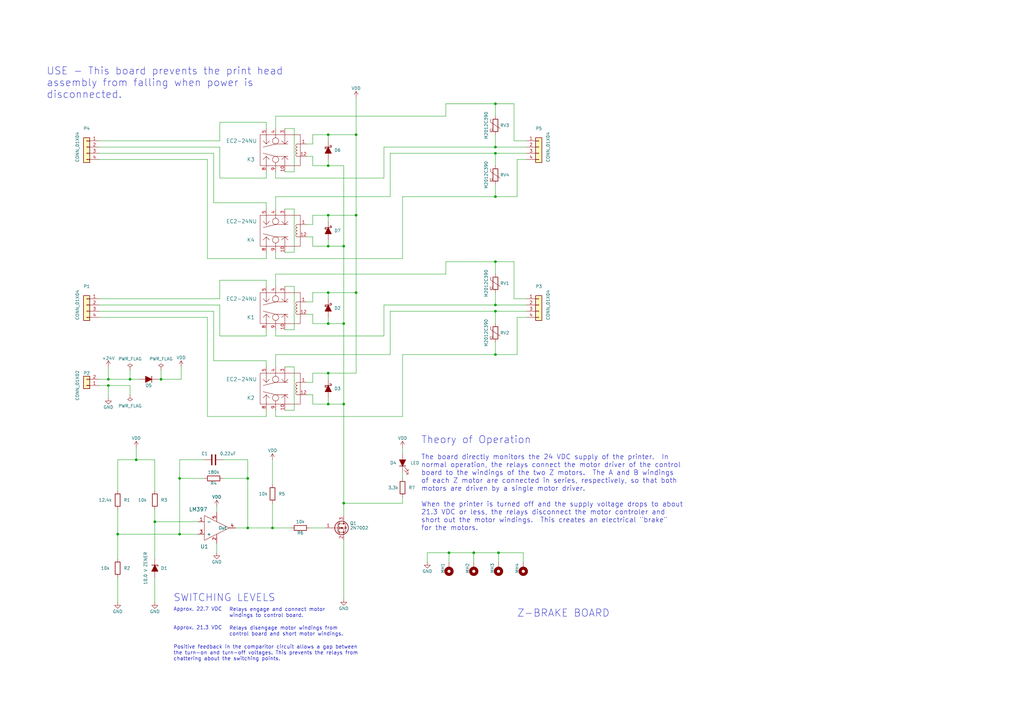
<source format=kicad_sch>
(kicad_sch (version 20230121) (generator eeschema)

  (uuid 0105e1d1-5b57-4ecb-9c19-40023c2e408d)

  (paper "A3")

  (title_block
    (title "Double Z-Brake Board")
    (date "2023-03-20")
    (rev "1.0.0")
    (company "Thomas Förster / Adam Haile")
  )

  (lib_symbols
    (symbol "Connector_Generic:Conn_01x02" (pin_names (offset 1.016) hide) (in_bom yes) (on_board yes)
      (property "Reference" "J" (at 0 2.54 0)
        (effects (font (size 1.27 1.27)))
      )
      (property "Value" "Conn_01x02" (at 0 -5.08 0)
        (effects (font (size 1.27 1.27)))
      )
      (property "Footprint" "" (at 0 0 0)
        (effects (font (size 1.27 1.27)) hide)
      )
      (property "Datasheet" "~" (at 0 0 0)
        (effects (font (size 1.27 1.27)) hide)
      )
      (property "ki_keywords" "connector" (at 0 0 0)
        (effects (font (size 1.27 1.27)) hide)
      )
      (property "ki_description" "Generic connector, single row, 01x02, script generated (kicad-library-utils/schlib/autogen/connector/)" (at 0 0 0)
        (effects (font (size 1.27 1.27)) hide)
      )
      (property "ki_fp_filters" "Connector*:*_1x??_*" (at 0 0 0)
        (effects (font (size 1.27 1.27)) hide)
      )
      (symbol "Conn_01x02_1_1"
        (rectangle (start -1.27 -2.413) (end 0 -2.667)
          (stroke (width 0.1524) (type default))
          (fill (type none))
        )
        (rectangle (start -1.27 0.127) (end 0 -0.127)
          (stroke (width 0.1524) (type default))
          (fill (type none))
        )
        (rectangle (start -1.27 1.27) (end 1.27 -3.81)
          (stroke (width 0.254) (type default))
          (fill (type background))
        )
        (pin passive line (at -5.08 0 0) (length 3.81)
          (name "Pin_1" (effects (font (size 1.27 1.27))))
          (number "1" (effects (font (size 1.27 1.27))))
        )
        (pin passive line (at -5.08 -2.54 0) (length 3.81)
          (name "Pin_2" (effects (font (size 1.27 1.27))))
          (number "2" (effects (font (size 1.27 1.27))))
        )
      )
    )
    (symbol "Connector_Generic:Conn_01x04" (pin_names (offset 1.016) hide) (in_bom yes) (on_board yes)
      (property "Reference" "J" (at 0 5.08 0)
        (effects (font (size 1.27 1.27)))
      )
      (property "Value" "Conn_01x04" (at 0 -7.62 0)
        (effects (font (size 1.27 1.27)))
      )
      (property "Footprint" "" (at 0 0 0)
        (effects (font (size 1.27 1.27)) hide)
      )
      (property "Datasheet" "~" (at 0 0 0)
        (effects (font (size 1.27 1.27)) hide)
      )
      (property "ki_keywords" "connector" (at 0 0 0)
        (effects (font (size 1.27 1.27)) hide)
      )
      (property "ki_description" "Generic connector, single row, 01x04, script generated (kicad-library-utils/schlib/autogen/connector/)" (at 0 0 0)
        (effects (font (size 1.27 1.27)) hide)
      )
      (property "ki_fp_filters" "Connector*:*_1x??_*" (at 0 0 0)
        (effects (font (size 1.27 1.27)) hide)
      )
      (symbol "Conn_01x04_1_1"
        (rectangle (start -1.27 -4.953) (end 0 -5.207)
          (stroke (width 0.1524) (type default))
          (fill (type none))
        )
        (rectangle (start -1.27 -2.413) (end 0 -2.667)
          (stroke (width 0.1524) (type default))
          (fill (type none))
        )
        (rectangle (start -1.27 0.127) (end 0 -0.127)
          (stroke (width 0.1524) (type default))
          (fill (type none))
        )
        (rectangle (start -1.27 2.667) (end 0 2.413)
          (stroke (width 0.1524) (type default))
          (fill (type none))
        )
        (rectangle (start -1.27 3.81) (end 1.27 -6.35)
          (stroke (width 0.254) (type default))
          (fill (type background))
        )
        (pin passive line (at -5.08 2.54 0) (length 3.81)
          (name "Pin_1" (effects (font (size 1.27 1.27))))
          (number "1" (effects (font (size 1.27 1.27))))
        )
        (pin passive line (at -5.08 0 0) (length 3.81)
          (name "Pin_2" (effects (font (size 1.27 1.27))))
          (number "2" (effects (font (size 1.27 1.27))))
        )
        (pin passive line (at -5.08 -2.54 0) (length 3.81)
          (name "Pin_3" (effects (font (size 1.27 1.27))))
          (number "3" (effects (font (size 1.27 1.27))))
        )
        (pin passive line (at -5.08 -5.08 0) (length 3.81)
          (name "Pin_4" (effects (font (size 1.27 1.27))))
          (number "4" (effects (font (size 1.27 1.27))))
        )
      )
    )
    (symbol "Device:C" (pin_numbers hide) (pin_names (offset 0.254)) (in_bom yes) (on_board yes)
      (property "Reference" "C" (at 0.635 2.54 0)
        (effects (font (size 1.27 1.27)) (justify left))
      )
      (property "Value" "C" (at 0.635 -2.54 0)
        (effects (font (size 1.27 1.27)) (justify left))
      )
      (property "Footprint" "" (at 0.9652 -3.81 0)
        (effects (font (size 1.27 1.27)) hide)
      )
      (property "Datasheet" "~" (at 0 0 0)
        (effects (font (size 1.27 1.27)) hide)
      )
      (property "ki_keywords" "cap capacitor" (at 0 0 0)
        (effects (font (size 1.27 1.27)) hide)
      )
      (property "ki_description" "Unpolarized capacitor" (at 0 0 0)
        (effects (font (size 1.27 1.27)) hide)
      )
      (property "ki_fp_filters" "C_*" (at 0 0 0)
        (effects (font (size 1.27 1.27)) hide)
      )
      (symbol "C_0_1"
        (polyline
          (pts
            (xy -2.032 -0.762)
            (xy 2.032 -0.762)
          )
          (stroke (width 0.508) (type default))
          (fill (type none))
        )
        (polyline
          (pts
            (xy -2.032 0.762)
            (xy 2.032 0.762)
          )
          (stroke (width 0.508) (type default))
          (fill (type none))
        )
      )
      (symbol "C_1_1"
        (pin passive line (at 0 3.81 270) (length 2.794)
          (name "~" (effects (font (size 1.27 1.27))))
          (number "1" (effects (font (size 1.27 1.27))))
        )
        (pin passive line (at 0 -3.81 90) (length 2.794)
          (name "~" (effects (font (size 1.27 1.27))))
          (number "2" (effects (font (size 1.27 1.27))))
        )
      )
    )
    (symbol "Device:R" (pin_numbers hide) (pin_names (offset 0)) (in_bom yes) (on_board yes)
      (property "Reference" "R" (at 2.032 0 90)
        (effects (font (size 1.27 1.27)))
      )
      (property "Value" "R" (at 0 0 90)
        (effects (font (size 1.27 1.27)))
      )
      (property "Footprint" "" (at -1.778 0 90)
        (effects (font (size 1.27 1.27)) hide)
      )
      (property "Datasheet" "~" (at 0 0 0)
        (effects (font (size 1.27 1.27)) hide)
      )
      (property "ki_keywords" "R res resistor" (at 0 0 0)
        (effects (font (size 1.27 1.27)) hide)
      )
      (property "ki_description" "Resistor" (at 0 0 0)
        (effects (font (size 1.27 1.27)) hide)
      )
      (property "ki_fp_filters" "R_*" (at 0 0 0)
        (effects (font (size 1.27 1.27)) hide)
      )
      (symbol "R_0_1"
        (rectangle (start -1.016 -2.54) (end 1.016 2.54)
          (stroke (width 0.254) (type default))
          (fill (type none))
        )
      )
      (symbol "R_1_1"
        (pin passive line (at 0 3.81 270) (length 1.27)
          (name "~" (effects (font (size 1.27 1.27))))
          (number "1" (effects (font (size 1.27 1.27))))
        )
        (pin passive line (at 0 -3.81 90) (length 1.27)
          (name "~" (effects (font (size 1.27 1.27))))
          (number "2" (effects (font (size 1.27 1.27))))
        )
      )
    )
    (symbol "Device:Varistor" (pin_numbers hide) (pin_names (offset 0)) (in_bom yes) (on_board yes)
      (property "Reference" "RV" (at 3.175 0 90)
        (effects (font (size 1.27 1.27)))
      )
      (property "Value" "Varistor" (at -3.175 0 90)
        (effects (font (size 1.27 1.27)))
      )
      (property "Footprint" "" (at -1.778 0 90)
        (effects (font (size 1.27 1.27)) hide)
      )
      (property "Datasheet" "~" (at 0 0 0)
        (effects (font (size 1.27 1.27)) hide)
      )
      (property "ki_keywords" "VDR resistance" (at 0 0 0)
        (effects (font (size 1.27 1.27)) hide)
      )
      (property "ki_description" "Voltage dependent resistor" (at 0 0 0)
        (effects (font (size 1.27 1.27)) hide)
      )
      (property "ki_fp_filters" "RV_* Varistor*" (at 0 0 0)
        (effects (font (size 1.27 1.27)) hide)
      )
      (symbol "Varistor_0_0"
        (text "U" (at -1.778 -2.032 0)
          (effects (font (size 1.27 1.27)))
        )
      )
      (symbol "Varistor_0_1"
        (rectangle (start -1.016 -2.54) (end 1.016 2.54)
          (stroke (width 0.254) (type default))
          (fill (type none))
        )
        (polyline
          (pts
            (xy -1.905 2.54)
            (xy -1.905 1.27)
            (xy 1.905 -1.27)
          )
          (stroke (width 0) (type default))
          (fill (type none))
        )
      )
      (symbol "Varistor_1_1"
        (pin passive line (at 0 3.81 270) (length 1.27)
          (name "~" (effects (font (size 1.27 1.27))))
          (number "1" (effects (font (size 1.27 1.27))))
        )
        (pin passive line (at 0 -3.81 90) (length 1.27)
          (name "~" (effects (font (size 1.27 1.27))))
          (number "2" (effects (font (size 1.27 1.27))))
        )
      )
    )
    (symbol "Mechanical:MountingHole_Pad" (pin_numbers hide) (pin_names (offset 1.016) hide) (in_bom yes) (on_board yes)
      (property "Reference" "H" (at 0 6.35 0)
        (effects (font (size 1.27 1.27)))
      )
      (property "Value" "MountingHole_Pad" (at 0 4.445 0)
        (effects (font (size 1.27 1.27)))
      )
      (property "Footprint" "" (at 0 0 0)
        (effects (font (size 1.27 1.27)) hide)
      )
      (property "Datasheet" "~" (at 0 0 0)
        (effects (font (size 1.27 1.27)) hide)
      )
      (property "ki_keywords" "mounting hole" (at 0 0 0)
        (effects (font (size 1.27 1.27)) hide)
      )
      (property "ki_description" "Mounting Hole with connection" (at 0 0 0)
        (effects (font (size 1.27 1.27)) hide)
      )
      (property "ki_fp_filters" "MountingHole*Pad*" (at 0 0 0)
        (effects (font (size 1.27 1.27)) hide)
      )
      (symbol "MountingHole_Pad_0_1"
        (circle (center 0 1.27) (radius 1.27)
          (stroke (width 1.27) (type default))
          (fill (type none))
        )
      )
      (symbol "MountingHole_Pad_1_1"
        (pin input line (at 0 -2.54 90) (length 2.54)
          (name "1" (effects (font (size 1.27 1.27))))
          (number "1" (effects (font (size 1.27 1.27))))
        )
      )
    )
    (symbol "Transistor_FET:2N7002" (pin_names hide) (in_bom yes) (on_board yes)
      (property "Reference" "Q" (at 5.08 1.905 0)
        (effects (font (size 1.27 1.27)) (justify left))
      )
      (property "Value" "2N7002" (at 5.08 0 0)
        (effects (font (size 1.27 1.27)) (justify left))
      )
      (property "Footprint" "Package_TO_SOT_SMD:SOT-23" (at 5.08 -1.905 0)
        (effects (font (size 1.27 1.27) italic) (justify left) hide)
      )
      (property "Datasheet" "https://www.onsemi.com/pub/Collateral/NDS7002A-D.PDF" (at 0 0 0)
        (effects (font (size 1.27 1.27)) (justify left) hide)
      )
      (property "ki_keywords" "N-Channel Switching MOSFET" (at 0 0 0)
        (effects (font (size 1.27 1.27)) hide)
      )
      (property "ki_description" "0.115A Id, 60V Vds, N-Channel MOSFET, SOT-23" (at 0 0 0)
        (effects (font (size 1.27 1.27)) hide)
      )
      (property "ki_fp_filters" "SOT?23*" (at 0 0 0)
        (effects (font (size 1.27 1.27)) hide)
      )
      (symbol "2N7002_0_1"
        (polyline
          (pts
            (xy 0.254 0)
            (xy -2.54 0)
          )
          (stroke (width 0) (type default))
          (fill (type none))
        )
        (polyline
          (pts
            (xy 0.254 1.905)
            (xy 0.254 -1.905)
          )
          (stroke (width 0.254) (type default))
          (fill (type none))
        )
        (polyline
          (pts
            (xy 0.762 -1.27)
            (xy 0.762 -2.286)
          )
          (stroke (width 0.254) (type default))
          (fill (type none))
        )
        (polyline
          (pts
            (xy 0.762 0.508)
            (xy 0.762 -0.508)
          )
          (stroke (width 0.254) (type default))
          (fill (type none))
        )
        (polyline
          (pts
            (xy 0.762 2.286)
            (xy 0.762 1.27)
          )
          (stroke (width 0.254) (type default))
          (fill (type none))
        )
        (polyline
          (pts
            (xy 2.54 2.54)
            (xy 2.54 1.778)
          )
          (stroke (width 0) (type default))
          (fill (type none))
        )
        (polyline
          (pts
            (xy 2.54 -2.54)
            (xy 2.54 0)
            (xy 0.762 0)
          )
          (stroke (width 0) (type default))
          (fill (type none))
        )
        (polyline
          (pts
            (xy 0.762 -1.778)
            (xy 3.302 -1.778)
            (xy 3.302 1.778)
            (xy 0.762 1.778)
          )
          (stroke (width 0) (type default))
          (fill (type none))
        )
        (polyline
          (pts
            (xy 1.016 0)
            (xy 2.032 0.381)
            (xy 2.032 -0.381)
            (xy 1.016 0)
          )
          (stroke (width 0) (type default))
          (fill (type outline))
        )
        (polyline
          (pts
            (xy 2.794 0.508)
            (xy 2.921 0.381)
            (xy 3.683 0.381)
            (xy 3.81 0.254)
          )
          (stroke (width 0) (type default))
          (fill (type none))
        )
        (polyline
          (pts
            (xy 3.302 0.381)
            (xy 2.921 -0.254)
            (xy 3.683 -0.254)
            (xy 3.302 0.381)
          )
          (stroke (width 0) (type default))
          (fill (type none))
        )
        (circle (center 1.651 0) (radius 2.794)
          (stroke (width 0.254) (type default))
          (fill (type none))
        )
        (circle (center 2.54 -1.778) (radius 0.254)
          (stroke (width 0) (type default))
          (fill (type outline))
        )
        (circle (center 2.54 1.778) (radius 0.254)
          (stroke (width 0) (type default))
          (fill (type outline))
        )
      )
      (symbol "2N7002_1_1"
        (pin input line (at -5.08 0 0) (length 2.54)
          (name "G" (effects (font (size 1.27 1.27))))
          (number "1" (effects (font (size 1.27 1.27))))
        )
        (pin passive line (at 2.54 -5.08 90) (length 2.54)
          (name "S" (effects (font (size 1.27 1.27))))
          (number "2" (effects (font (size 1.27 1.27))))
        )
        (pin passive line (at 2.54 5.08 270) (length 2.54)
          (name "D" (effects (font (size 1.27 1.27))))
          (number "3" (effects (font (size 1.27 1.27))))
        )
      )
    )
    (symbol "Z_Brake-rescue:D_ALT-Device" (pin_numbers hide) (pin_names (offset 1.016) hide) (in_bom yes) (on_board yes)
      (property "Reference" "D" (at 0 2.54 0)
        (effects (font (size 1.27 1.27)))
      )
      (property "Value" "Device_D_ALT" (at 0 -2.54 0)
        (effects (font (size 1.27 1.27)))
      )
      (property "Footprint" "" (at 0 0 0)
        (effects (font (size 1.27 1.27)) hide)
      )
      (property "Datasheet" "" (at 0 0 0)
        (effects (font (size 1.27 1.27)) hide)
      )
      (property "ki_fp_filters" "TO-???* *_Diode_* *SingleDiode* D_*" (at 0 0 0)
        (effects (font (size 1.27 1.27)) hide)
      )
      (symbol "D_ALT-Device_0_1"
        (polyline
          (pts
            (xy -1.27 1.27)
            (xy -1.27 -1.27)
          )
          (stroke (width 0.254) (type solid))
          (fill (type none))
        )
        (polyline
          (pts
            (xy 1.27 0)
            (xy -1.27 0)
          )
          (stroke (width 0) (type solid))
          (fill (type none))
        )
        (polyline
          (pts
            (xy 1.27 1.27)
            (xy 1.27 -1.27)
            (xy -1.27 0)
            (xy 1.27 1.27)
          )
          (stroke (width 0.254) (type solid))
          (fill (type outline))
        )
      )
      (symbol "D_ALT-Device_1_1"
        (pin passive line (at -3.81 0 0) (length 2.54)
          (name "K" (effects (font (size 1.27 1.27))))
          (number "1" (effects (font (size 1.27 1.27))))
        )
        (pin passive line (at 3.81 0 180) (length 2.54)
          (name "A" (effects (font (size 1.27 1.27))))
          (number "2" (effects (font (size 1.27 1.27))))
        )
      )
    )
    (symbol "Z_Brake-rescue:D_Schottky_ALT-Device" (pin_numbers hide) (pin_names (offset 1.016) hide) (in_bom yes) (on_board yes)
      (property "Reference" "D" (at 0 2.54 0)
        (effects (font (size 1.27 1.27)))
      )
      (property "Value" "Device_D_Schottky_ALT" (at 0 -2.54 0)
        (effects (font (size 1.27 1.27)))
      )
      (property "Footprint" "" (at 0 0 0)
        (effects (font (size 1.27 1.27)) hide)
      )
      (property "Datasheet" "" (at 0 0 0)
        (effects (font (size 1.27 1.27)) hide)
      )
      (property "ki_fp_filters" "TO-???* *_Diode_* *SingleDiode* D_*" (at 0 0 0)
        (effects (font (size 1.27 1.27)) hide)
      )
      (symbol "D_Schottky_ALT-Device_0_1"
        (polyline
          (pts
            (xy 1.27 0)
            (xy -1.27 0)
          )
          (stroke (width 0) (type solid))
          (fill (type none))
        )
        (polyline
          (pts
            (xy 1.27 1.27)
            (xy 1.27 -1.27)
            (xy -1.27 0)
            (xy 1.27 1.27)
          )
          (stroke (width 0.254) (type solid))
          (fill (type outline))
        )
        (polyline
          (pts
            (xy -1.905 0.635)
            (xy -1.905 1.27)
            (xy -1.27 1.27)
            (xy -1.27 -1.27)
            (xy -0.635 -1.27)
            (xy -0.635 -0.635)
          )
          (stroke (width 0.254) (type solid))
          (fill (type none))
        )
      )
      (symbol "D_Schottky_ALT-Device_1_1"
        (pin passive line (at -3.81 0 0) (length 2.54)
          (name "K" (effects (font (size 1.27 1.27))))
          (number "1" (effects (font (size 1.27 1.27))))
        )
        (pin passive line (at 3.81 0 180) (length 2.54)
          (name "A" (effects (font (size 1.27 1.27))))
          (number "2" (effects (font (size 1.27 1.27))))
        )
      )
    )
    (symbol "Z_Brake-rescue:D_Zener_ALT-Device" (pin_numbers hide) (pin_names (offset 1.016) hide) (in_bom yes) (on_board yes)
      (property "Reference" "D" (at 0 2.54 0)
        (effects (font (size 1.27 1.27)))
      )
      (property "Value" "Device_D_Zener_ALT" (at 0 -2.54 0)
        (effects (font (size 1.27 1.27)))
      )
      (property "Footprint" "" (at 0 0 0)
        (effects (font (size 1.27 1.27)) hide)
      )
      (property "Datasheet" "" (at 0 0 0)
        (effects (font (size 1.27 1.27)) hide)
      )
      (property "ki_fp_filters" "TO-???* *_Diode_* *SingleDiode* D_*" (at 0 0 0)
        (effects (font (size 1.27 1.27)) hide)
      )
      (symbol "D_Zener_ALT-Device_0_1"
        (polyline
          (pts
            (xy 1.27 0)
            (xy -1.27 0)
          )
          (stroke (width 0) (type solid))
          (fill (type none))
        )
        (polyline
          (pts
            (xy -1.27 -1.27)
            (xy -1.27 1.27)
            (xy -0.762 1.27)
          )
          (stroke (width 0.254) (type solid))
          (fill (type none))
        )
        (polyline
          (pts
            (xy 1.27 -1.27)
            (xy 1.27 1.27)
            (xy -1.27 0)
            (xy 1.27 -1.27)
          )
          (stroke (width 0.254) (type solid))
          (fill (type outline))
        )
      )
      (symbol "D_Zener_ALT-Device_1_1"
        (pin passive line (at -3.81 0 0) (length 2.54)
          (name "K" (effects (font (size 1.27 1.27))))
          (number "1" (effects (font (size 1.27 1.27))))
        )
        (pin passive line (at 3.81 0 180) (length 2.54)
          (name "A" (effects (font (size 1.27 1.27))))
          (number "2" (effects (font (size 1.27 1.27))))
        )
      )
    )
    (symbol "Z_Brake-rescue:LED_ALT-Device" (pin_numbers hide) (pin_names (offset 1.016) hide) (in_bom yes) (on_board yes)
      (property "Reference" "D" (at 0 2.54 0)
        (effects (font (size 1.27 1.27)))
      )
      (property "Value" "Device_LED_ALT" (at 0 -2.54 0)
        (effects (font (size 1.27 1.27)))
      )
      (property "Footprint" "" (at 0 0 0)
        (effects (font (size 1.27 1.27)) hide)
      )
      (property "Datasheet" "" (at 0 0 0)
        (effects (font (size 1.27 1.27)) hide)
      )
      (property "ki_fp_filters" "LED* LED_SMD:* LED_THT:*" (at 0 0 0)
        (effects (font (size 1.27 1.27)) hide)
      )
      (symbol "LED_ALT-Device_0_1"
        (polyline
          (pts
            (xy -1.27 -1.27)
            (xy -1.27 1.27)
          )
          (stroke (width 0.254) (type solid))
          (fill (type none))
        )
        (polyline
          (pts
            (xy -1.27 0)
            (xy 1.27 0)
          )
          (stroke (width 0) (type solid))
          (fill (type none))
        )
        (polyline
          (pts
            (xy 1.27 -1.27)
            (xy 1.27 1.27)
            (xy -1.27 0)
            (xy 1.27 -1.27)
          )
          (stroke (width 0.254) (type solid))
          (fill (type outline))
        )
        (polyline
          (pts
            (xy -3.048 -0.762)
            (xy -4.572 -2.286)
            (xy -3.81 -2.286)
            (xy -4.572 -2.286)
            (xy -4.572 -1.524)
          )
          (stroke (width 0) (type solid))
          (fill (type none))
        )
        (polyline
          (pts
            (xy -1.778 -0.762)
            (xy -3.302 -2.286)
            (xy -2.54 -2.286)
            (xy -3.302 -2.286)
            (xy -3.302 -1.524)
          )
          (stroke (width 0) (type solid))
          (fill (type none))
        )
      )
      (symbol "LED_ALT-Device_1_1"
        (pin passive line (at -3.81 0 0) (length 2.54)
          (name "K" (effects (font (size 1.27 1.27))))
          (number "1" (effects (font (size 1.27 1.27))))
        )
        (pin passive line (at 3.81 0 180) (length 2.54)
          (name "A" (effects (font (size 1.27 1.27))))
          (number "2" (effects (font (size 1.27 1.27))))
        )
      )
    )
    (symbol "ec2-24nu:EC2-24NU" (pin_names (offset 1.016)) (in_bom yes) (on_board yes)
      (property "Reference" "K" (at -10.16 -3.81 0)
        (effects (font (size 1.524 1.524)))
      )
      (property "Value" "EC2-24NU" (at -13.97 3.81 0)
        (effects (font (size 1.524 1.524)))
      )
      (property "Footprint" "" (at -6.35 -12.7 0)
        (effects (font (size 1.524 1.524)) hide)
      )
      (property "Datasheet" "" (at -6.35 -12.7 0)
        (effects (font (size 1.524 1.524)) hide)
      )
      (symbol "EC2-24NU_0_1"
        (rectangle (start -6.35 6.35) (end 10.16 -6.35)
          (stroke (width 0) (type solid))
          (fill (type none))
        )
        (circle (center 0 -3.81) (radius 1.27)
          (stroke (width 0) (type solid))
          (fill (type none))
        )
        (polyline
          (pts
            (xy -3.81 -2.54)
            (xy -3.81 -6.35)
          )
          (stroke (width 0) (type solid))
          (fill (type none))
        )
        (polyline
          (pts
            (xy -3.81 6.35)
            (xy -3.81 2.54)
          )
          (stroke (width 0) (type solid))
          (fill (type none))
        )
        (polyline
          (pts
            (xy 0 -5.08)
            (xy 0 -6.35)
          )
          (stroke (width 0) (type solid))
          (fill (type none))
        )
        (polyline
          (pts
            (xy 0 2.54)
            (xy -5.08 1.27)
          )
          (stroke (width 0) (type solid))
          (fill (type none))
        )
        (polyline
          (pts
            (xy 0 2.54)
            (xy 5.08 2.54)
          )
          (stroke (width 0) (type solid))
          (fill (type none))
        )
        (polyline
          (pts
            (xy 0 6.35)
            (xy 0 5.08)
          )
          (stroke (width 0) (type solid))
          (fill (type none))
        )
        (polyline
          (pts
            (xy 3.81 -2.54)
            (xy 3.81 -6.35)
          )
          (stroke (width 0) (type solid))
          (fill (type none))
        )
        (polyline
          (pts
            (xy 3.81 6.35)
            (xy 3.81 2.54)
          )
          (stroke (width 0) (type solid))
          (fill (type none))
        )
        (polyline
          (pts
            (xy 10.16 -2.54)
            (xy 8.89 -2.54)
          )
          (stroke (width 0) (type solid))
          (fill (type none))
        )
        (polyline
          (pts
            (xy 10.16 2.54)
            (xy 8.89 2.54)
          )
          (stroke (width 0) (type solid))
          (fill (type none))
        )
        (polyline
          (pts
            (xy -5.08 -1.27)
            (xy 0 -2.54)
            (xy 5.08 -2.54)
          )
          (stroke (width 0) (type solid))
          (fill (type none))
        )
        (polyline
          (pts
            (xy -2.54 -3.81)
            (xy -3.81 -2.54)
            (xy -5.08 -3.81)
          )
          (stroke (width 0) (type solid))
          (fill (type none))
        )
        (polyline
          (pts
            (xy -2.54 3.81)
            (xy -3.81 2.54)
            (xy -5.08 3.81)
          )
          (stroke (width 0) (type solid))
          (fill (type none))
        )
        (polyline
          (pts
            (xy 2.54 -3.81)
            (xy 3.81 -2.54)
            (xy 5.08 -3.81)
          )
          (stroke (width 0) (type solid))
          (fill (type none))
        )
        (polyline
          (pts
            (xy 2.54 3.81)
            (xy 3.81 2.54)
            (xy 5.08 3.81)
          )
          (stroke (width 0) (type solid))
          (fill (type none))
        )
        (circle (center 0 3.81) (radius 1.27)
          (stroke (width 0) (type solid))
          (fill (type none))
        )
        (arc (start 8.89 -1.27) (mid 8.2577 -1.905) (end 8.89 -2.54)
          (stroke (width 0) (type solid))
          (fill (type none))
        )
        (arc (start 8.89 0) (mid 8.2577 -0.635) (end 8.89 -1.27)
          (stroke (width 0) (type solid))
          (fill (type none))
        )
        (arc (start 8.89 1.27) (mid 8.2577 0.635) (end 8.89 0)
          (stroke (width 0) (type solid))
          (fill (type none))
        )
        (arc (start 8.89 2.54) (mid 8.2577 1.905) (end 8.89 1.27)
          (stroke (width 0) (type solid))
          (fill (type none))
        )
      )
      (symbol "EC2-24NU_1_1"
        (pin input line (at 12.7 2.54 180) (length 2.54)
          (name "~" (effects (font (size 1.27 1.27))))
          (number "1" (effects (font (size 1.27 1.27))))
        )
        (pin bidirectional line (at 3.81 -8.89 90) (length 2.54)
          (name "~" (effects (font (size 1.27 1.27))))
          (number "10" (effects (font (size 1.27 1.27))))
        )
        (pin bidirectional line (at 12.7 -2.54 180) (length 2.54)
          (name "~" (effects (font (size 1.27 1.27))))
          (number "12" (effects (font (size 1.27 1.27))))
        )
        (pin bidirectional line (at 3.81 8.89 270) (length 2.54)
          (name "~" (effects (font (size 1.27 1.27))))
          (number "3" (effects (font (size 1.27 1.27))))
        )
        (pin bidirectional line (at 0 8.89 270) (length 2.54)
          (name "~" (effects (font (size 1.27 1.27))))
          (number "4" (effects (font (size 1.27 1.27))))
        )
        (pin bidirectional line (at -3.81 8.89 270) (length 2.54)
          (name "~" (effects (font (size 1.27 1.27))))
          (number "5" (effects (font (size 1.27 1.27))))
        )
        (pin bidirectional line (at -3.81 -8.89 90) (length 2.54)
          (name "~" (effects (font (size 1.27 1.27))))
          (number "8" (effects (font (size 1.27 1.27))))
        )
        (pin bidirectional line (at 0 -8.89 90) (length 2.54)
          (name "~" (effects (font (size 1.27 1.27))))
          (number "9" (effects (font (size 1.27 1.27))))
        )
      )
    )
    (symbol "lm397:LM397" (pin_names (offset 1.016)) (in_bom yes) (on_board yes)
      (property "Reference" "U" (at -3.81 -7.62 0)
        (effects (font (size 1.524 1.524)))
      )
      (property "Value" "LM397" (at -6.35 7.62 0)
        (effects (font (size 1.524 1.524)))
      )
      (property "Footprint" "" (at 1.27 0 0)
        (effects (font (size 1.524 1.524)) hide)
      )
      (property "Datasheet" "" (at 1.27 0 0)
        (effects (font (size 1.524 1.524)) hide)
      )
      (symbol "LM397_0_1"
        (polyline
          (pts
            (xy 6.35 0)
            (xy -3.81 5.08)
            (xy -3.81 -5.08)
            (xy 6.35 0)
          )
          (stroke (width 0) (type solid))
          (fill (type none))
        )
      )
      (symbol "LM397_1_1"
        (pin input line (at -6.35 2.54 0) (length 2.54)
          (name "-" (effects (font (size 1.27 1.27))))
          (number "1" (effects (font (size 1.27 1.27))))
        )
        (pin input line (at 1.27 -6.35 90) (length 3.81)
          (name "~" (effects (font (size 1.27 1.27))))
          (number "2" (effects (font (size 1.27 1.27))))
        )
        (pin input line (at -6.35 -2.54 0) (length 2.54)
          (name "+" (effects (font (size 1.27 1.27))))
          (number "3" (effects (font (size 1.27 1.27))))
        )
        (pin input line (at 8.89 0 180) (length 2.54)
          (name "Out" (effects (font (size 1.27 1.27))))
          (number "4" (effects (font (size 1.27 1.27))))
        )
        (pin input line (at 1.27 6.35 270) (length 3.81)
          (name "~" (effects (font (size 1.27 1.27))))
          (number "5" (effects (font (size 1.27 1.27))))
        )
      )
    )
    (symbol "power:+24V" (power) (pin_names (offset 0)) (in_bom yes) (on_board yes)
      (property "Reference" "#PWR" (at 0 -3.81 0)
        (effects (font (size 1.27 1.27)) hide)
      )
      (property "Value" "+24V" (at 0 3.556 0)
        (effects (font (size 1.27 1.27)))
      )
      (property "Footprint" "" (at 0 0 0)
        (effects (font (size 1.27 1.27)) hide)
      )
      (property "Datasheet" "" (at 0 0 0)
        (effects (font (size 1.27 1.27)) hide)
      )
      (property "ki_keywords" "global power" (at 0 0 0)
        (effects (font (size 1.27 1.27)) hide)
      )
      (property "ki_description" "Power symbol creates a global label with name \"+24V\"" (at 0 0 0)
        (effects (font (size 1.27 1.27)) hide)
      )
      (symbol "+24V_0_1"
        (polyline
          (pts
            (xy -0.762 1.27)
            (xy 0 2.54)
          )
          (stroke (width 0) (type default))
          (fill (type none))
        )
        (polyline
          (pts
            (xy 0 0)
            (xy 0 2.54)
          )
          (stroke (width 0) (type default))
          (fill (type none))
        )
        (polyline
          (pts
            (xy 0 2.54)
            (xy 0.762 1.27)
          )
          (stroke (width 0) (type default))
          (fill (type none))
        )
      )
      (symbol "+24V_1_1"
        (pin power_in line (at 0 0 90) (length 0) hide
          (name "+24V" (effects (font (size 1.27 1.27))))
          (number "1" (effects (font (size 1.27 1.27))))
        )
      )
    )
    (symbol "power:GND" (power) (pin_names (offset 0)) (in_bom yes) (on_board yes)
      (property "Reference" "#PWR" (at 0 -6.35 0)
        (effects (font (size 1.27 1.27)) hide)
      )
      (property "Value" "GND" (at 0 -3.81 0)
        (effects (font (size 1.27 1.27)))
      )
      (property "Footprint" "" (at 0 0 0)
        (effects (font (size 1.27 1.27)) hide)
      )
      (property "Datasheet" "" (at 0 0 0)
        (effects (font (size 1.27 1.27)) hide)
      )
      (property "ki_keywords" "global power" (at 0 0 0)
        (effects (font (size 1.27 1.27)) hide)
      )
      (property "ki_description" "Power symbol creates a global label with name \"GND\" , ground" (at 0 0 0)
        (effects (font (size 1.27 1.27)) hide)
      )
      (symbol "GND_0_1"
        (polyline
          (pts
            (xy 0 0)
            (xy 0 -1.27)
            (xy 1.27 -1.27)
            (xy 0 -2.54)
            (xy -1.27 -1.27)
            (xy 0 -1.27)
          )
          (stroke (width 0) (type default))
          (fill (type none))
        )
      )
      (symbol "GND_1_1"
        (pin power_in line (at 0 0 270) (length 0) hide
          (name "GND" (effects (font (size 1.27 1.27))))
          (number "1" (effects (font (size 1.27 1.27))))
        )
      )
    )
    (symbol "power:PWR_FLAG" (power) (pin_numbers hide) (pin_names (offset 0) hide) (in_bom yes) (on_board yes)
      (property "Reference" "#FLG" (at 0 1.905 0)
        (effects (font (size 1.27 1.27)) hide)
      )
      (property "Value" "PWR_FLAG" (at 0 3.81 0)
        (effects (font (size 1.27 1.27)))
      )
      (property "Footprint" "" (at 0 0 0)
        (effects (font (size 1.27 1.27)) hide)
      )
      (property "Datasheet" "~" (at 0 0 0)
        (effects (font (size 1.27 1.27)) hide)
      )
      (property "ki_keywords" "flag power" (at 0 0 0)
        (effects (font (size 1.27 1.27)) hide)
      )
      (property "ki_description" "Special symbol for telling ERC where power comes from" (at 0 0 0)
        (effects (font (size 1.27 1.27)) hide)
      )
      (symbol "PWR_FLAG_0_0"
        (pin power_out line (at 0 0 90) (length 0)
          (name "pwr" (effects (font (size 1.27 1.27))))
          (number "1" (effects (font (size 1.27 1.27))))
        )
      )
      (symbol "PWR_FLAG_0_1"
        (polyline
          (pts
            (xy 0 0)
            (xy 0 1.27)
            (xy -1.016 1.905)
            (xy 0 2.54)
            (xy 1.016 1.905)
            (xy 0 1.27)
          )
          (stroke (width 0) (type default))
          (fill (type none))
        )
      )
    )
    (symbol "power:VDD" (power) (pin_names (offset 0)) (in_bom yes) (on_board yes)
      (property "Reference" "#PWR" (at 0 -3.81 0)
        (effects (font (size 1.27 1.27)) hide)
      )
      (property "Value" "VDD" (at 0 3.81 0)
        (effects (font (size 1.27 1.27)))
      )
      (property "Footprint" "" (at 0 0 0)
        (effects (font (size 1.27 1.27)) hide)
      )
      (property "Datasheet" "" (at 0 0 0)
        (effects (font (size 1.27 1.27)) hide)
      )
      (property "ki_keywords" "global power" (at 0 0 0)
        (effects (font (size 1.27 1.27)) hide)
      )
      (property "ki_description" "Power symbol creates a global label with name \"VDD\"" (at 0 0 0)
        (effects (font (size 1.27 1.27)) hide)
      )
      (symbol "VDD_0_1"
        (polyline
          (pts
            (xy -0.762 1.27)
            (xy 0 2.54)
          )
          (stroke (width 0) (type default))
          (fill (type none))
        )
        (polyline
          (pts
            (xy 0 0)
            (xy 0 2.54)
          )
          (stroke (width 0) (type default))
          (fill (type none))
        )
        (polyline
          (pts
            (xy 0 2.54)
            (xy 0.762 1.27)
          )
          (stroke (width 0) (type default))
          (fill (type none))
        )
      )
      (symbol "VDD_1_1"
        (pin power_in line (at 0 0 90) (length 0) hide
          (name "VDD" (effects (font (size 1.27 1.27))))
          (number "1" (effects (font (size 1.27 1.27))))
        )
      )
    )
  )

  (junction (at 134.62 153.035) (diameter 0) (color 0 0 0 0)
    (uuid 0520b69f-42ce-4b97-b637-428d35247c8e)
  )
  (junction (at 44.45 158.115) (diameter 0) (color 0 0 0 0)
    (uuid 090003e5-424f-4b21-b98a-c39fc0c1b290)
  )
  (junction (at 204.47 226.695) (diameter 0) (color 0 0 0 0)
    (uuid 0db6bdbf-1e81-4f5d-96ba-b0de724c7f2b)
  )
  (junction (at 44.45 155.575) (diameter 0) (color 0 0 0 0)
    (uuid 0e273989-4897-4bf9-887f-f1fb8d861a85)
  )
  (junction (at 203.2 127.635) (diameter 0) (color 0 0 0 0)
    (uuid 0e9d15f2-13b4-4355-884f-8d86b9ce1aeb)
  )
  (junction (at 134.62 120.015) (diameter 0) (color 0 0 0 0)
    (uuid 0edb4ce8-3821-4385-a7f9-ca7d6a7e3b10)
  )
  (junction (at 73.66 196.215) (diameter 0) (color 0 0 0 0)
    (uuid 148cc52d-73f8-4aab-8917-b770e3e35fd8)
  )
  (junction (at 134.62 88.265) (diameter 0) (color 0 0 0 0)
    (uuid 1f231761-cb97-45a3-9e26-f51e7074e7e9)
  )
  (junction (at 55.88 188.595) (diameter 0) (color 0 0 0 0)
    (uuid 2017f44a-4eed-4f59-b3e5-1eaef50f8632)
  )
  (junction (at 101.6 216.535) (diameter 0) (color 0 0 0 0)
    (uuid 253c95e7-3087-4fa8-839e-eb6a364f5e2a)
  )
  (junction (at 203.2 62.865) (diameter 0) (color 0 0 0 0)
    (uuid 29b02f5b-cdcb-4ba8-aae1-bce94cab1bad)
  )
  (junction (at 140.97 100.965) (diameter 0) (color 0 0 0 0)
    (uuid 2c886909-bfc8-4654-afa3-99b2c96b2be8)
  )
  (junction (at 140.97 165.735) (diameter 0) (color 0 0 0 0)
    (uuid 2d682a95-afff-4a0b-9426-8db29e9c35ad)
  )
  (junction (at 101.6 196.215) (diameter 0) (color 0 0 0 0)
    (uuid 36f191e8-6dc3-48bb-a303-17ea9ac463f7)
  )
  (junction (at 134.62 165.735) (diameter 0) (color 0 0 0 0)
    (uuid 40458587-5a29-4056-a2ca-b1eb6326ead7)
  )
  (junction (at 48.26 219.075) (diameter 0) (color 0 0 0 0)
    (uuid 4086ddd3-89f6-4adf-8a61-647ad80e274e)
  )
  (junction (at 63.5 213.995) (diameter 0) (color 0 0 0 0)
    (uuid 69738321-5ea3-472d-b62a-70cbecfc35f7)
  )
  (junction (at 203.2 60.325) (diameter 0) (color 0 0 0 0)
    (uuid 79d3064c-d51d-4506-8776-9f05b671f0eb)
  )
  (junction (at 140.97 132.715) (diameter 0) (color 0 0 0 0)
    (uuid 83907d3e-02ae-4556-abb1-68efe739e542)
  )
  (junction (at 134.62 55.245) (diameter 0) (color 0 0 0 0)
    (uuid 978dcb03-0237-44f3-9f66-216871e19303)
  )
  (junction (at 134.62 100.965) (diameter 0) (color 0 0 0 0)
    (uuid a11b40bd-dc2b-42dd-a5e5-ec9e23f10ba3)
  )
  (junction (at 66.04 155.575) (diameter 0) (color 0 0 0 0)
    (uuid a2cc4361-f32e-43db-ad77-66557464ad5e)
  )
  (junction (at 134.62 132.715) (diameter 0) (color 0 0 0 0)
    (uuid abf9afb8-44dc-47b8-9178-755a163bf7ff)
  )
  (junction (at 146.05 88.265) (diameter 0) (color 0 0 0 0)
    (uuid acdfc35e-d8b9-4b73-8736-783dbe73f86e)
  )
  (junction (at 203.2 125.095) (diameter 0) (color 0 0 0 0)
    (uuid b3467814-d929-4102-9b03-2cb89c246783)
  )
  (junction (at 203.2 107.315) (diameter 0) (color 0 0 0 0)
    (uuid c641a2de-8c1d-45a9-ac70-d9d085a7e33e)
  )
  (junction (at 146.05 120.015) (diameter 0) (color 0 0 0 0)
    (uuid c8b22a16-4c59-4b01-a382-feb29c2b2d5a)
  )
  (junction (at 134.62 67.945) (diameter 0) (color 0 0 0 0)
    (uuid d3efbf10-6351-40fe-884e-92967c058334)
  )
  (junction (at 146.05 55.245) (diameter 0) (color 0 0 0 0)
    (uuid db5baa6b-c446-4938-b087-4155c3a139a5)
  )
  (junction (at 73.66 219.075) (diameter 0) (color 0 0 0 0)
    (uuid e17bd5c6-19db-416c-920c-b418cba72cf6)
  )
  (junction (at 203.2 80.645) (diameter 0) (color 0 0 0 0)
    (uuid e276584f-62e5-407e-98a9-1146b8ec696c)
  )
  (junction (at 203.2 42.545) (diameter 0) (color 0 0 0 0)
    (uuid e49386d9-6231-4c13-bebc-494c77c0fbeb)
  )
  (junction (at 53.34 155.575) (diameter 0) (color 0 0 0 0)
    (uuid e6fe720f-4692-4060-a029-55c165e82ee4)
  )
  (junction (at 140.97 206.375) (diameter 0) (color 0 0 0 0)
    (uuid e902d27c-f942-472f-a2ea-0a1f2a48a88a)
  )
  (junction (at 203.2 145.415) (diameter 0) (color 0 0 0 0)
    (uuid ebef234a-33d4-477a-aca1-a4eaba0aa162)
  )
  (junction (at 111.76 216.535) (diameter 0) (color 0 0 0 0)
    (uuid ecb077b6-306f-4364-b14a-7f91376d6e36)
  )
  (junction (at 194.31 226.695) (diameter 0) (color 0 0 0 0)
    (uuid f16fdf2b-8bfe-4728-8fcf-67d5be5d931c)
  )
  (junction (at 184.15 226.695) (diameter 0) (color 0 0 0 0)
    (uuid fba36ac8-b251-43a3-8b09-eb43e2ad6c05)
  )

  (wire (pts (xy 96.52 216.535) (xy 101.6 216.535))
    (stroke (width 0) (type default))
    (uuid 0001f5ad-a22f-474e-bfb8-e42bbccf138a)
  )
  (wire (pts (xy 128.27 132.715) (xy 134.62 132.715))
    (stroke (width 0) (type default))
    (uuid 0034d6f3-a18d-42aa-b5ee-14346f6d113f)
  )
  (wire (pts (xy 116.84 52.705) (xy 120.65 52.705))
    (stroke (width 0) (type default))
    (uuid 0077ca0f-7923-416f-8247-b3e5711bf9b4)
  )
  (wire (pts (xy 128.27 67.945) (xy 134.62 67.945))
    (stroke (width 0) (type default))
    (uuid 00c6dba3-3b95-4877-92fb-268c7afd3c30)
  )
  (wire (pts (xy 120.65 117.475) (xy 120.65 135.255))
    (stroke (width 0) (type default))
    (uuid 00e1473e-070e-4033-b998-c0613e161ca8)
  )
  (wire (pts (xy 210.82 107.315) (xy 210.82 122.555))
    (stroke (width 0) (type default))
    (uuid 020416aa-8efc-4aa0-aca8-7b4436bce7d0)
  )
  (wire (pts (xy 109.22 117.475) (xy 109.22 114.935))
    (stroke (width 0) (type default))
    (uuid 022d1c57-cf0d-4214-b756-36622e4de9fd)
  )
  (wire (pts (xy 128.27 156.845) (xy 128.27 153.035))
    (stroke (width 0) (type default))
    (uuid 0516eac6-611e-4cb1-aebc-361de2c7080e)
  )
  (wire (pts (xy 214.63 226.695) (xy 214.63 230.505))
    (stroke (width 0) (type default))
    (uuid 05df6899-5aa1-47c1-8779-bd5562161829)
  )
  (wire (pts (xy 111.76 198.755) (xy 111.76 188.595))
    (stroke (width 0) (type default))
    (uuid 0744ee15-e174-4e8d-b351-29a8189e2c7f)
  )
  (wire (pts (xy 134.62 165.735) (xy 134.62 163.195))
    (stroke (width 0) (type default))
    (uuid 0746c0c3-da22-40c1-9ce4-cbfe89e78fd8)
  )
  (wire (pts (xy 113.03 137.795) (xy 157.48 137.795))
    (stroke (width 0) (type default))
    (uuid 07bc012f-eeb7-4bd4-9803-463f086e4a90)
  )
  (wire (pts (xy 55.88 188.595) (xy 63.5 188.595))
    (stroke (width 0) (type default))
    (uuid 080527db-0d55-42b8-8d86-239795906d9e)
  )
  (wire (pts (xy 125.73 64.135) (xy 128.27 64.135))
    (stroke (width 0) (type default))
    (uuid 0994f390-31b4-4149-be05-b00dd685ae45)
  )
  (wire (pts (xy 81.28 213.995) (xy 63.5 213.995))
    (stroke (width 0) (type default))
    (uuid 0a4f3054-faef-4e57-b3aa-cea2d7689206)
  )
  (wire (pts (xy 88.9 222.885) (xy 88.9 226.695))
    (stroke (width 0) (type default))
    (uuid 0bb34e80-f36d-4295-b9c5-7e6256fa72a9)
  )
  (wire (pts (xy 48.26 219.075) (xy 48.26 229.235))
    (stroke (width 0) (type default))
    (uuid 0c9dd7cd-ecb5-407f-baa1-bdee0a19068e)
  )
  (wire (pts (xy 140.97 100.965) (xy 140.97 132.715))
    (stroke (width 0) (type default))
    (uuid 0daf1dd5-a58d-40a2-b7ca-f2cdf35f82af)
  )
  (wire (pts (xy 146.05 55.245) (xy 146.05 88.265))
    (stroke (width 0) (type default))
    (uuid 0e17779c-4886-4c2a-941b-aedf2b70026b)
  )
  (wire (pts (xy 113.03 145.415) (xy 113.03 150.495))
    (stroke (width 0) (type default))
    (uuid 10f6449d-3bcf-421a-953c-b9316ea30979)
  )
  (wire (pts (xy 125.73 156.845) (xy 128.27 156.845))
    (stroke (width 0) (type default))
    (uuid 11e97d92-d089-49c4-8558-c2105b8d91df)
  )
  (wire (pts (xy 125.73 92.075) (xy 128.27 92.075))
    (stroke (width 0) (type default))
    (uuid 1293b8c7-95f5-4c2d-b780-48b8dd111713)
  )
  (wire (pts (xy 48.26 188.595) (xy 48.26 201.295))
    (stroke (width 0) (type default))
    (uuid 17e65d92-dc89-41d2-be83-2a56c176f4e1)
  )
  (wire (pts (xy 204.47 226.695) (xy 214.63 226.695))
    (stroke (width 0) (type default))
    (uuid 1814f1e5-32fb-46ca-9aba-f180b854be9b)
  )
  (wire (pts (xy 87.63 83.185) (xy 87.63 62.865))
    (stroke (width 0) (type default))
    (uuid 19447998-fa8f-4d04-a98d-a441aa242d35)
  )
  (wire (pts (xy 113.03 70.485) (xy 113.03 73.025))
    (stroke (width 0) (type default))
    (uuid 1acb8a49-50ab-4b0c-9024-6245867a3e34)
  )
  (wire (pts (xy 66.04 151.765) (xy 66.04 155.575))
    (stroke (width 0) (type default))
    (uuid 1d245e16-586e-4122-9d65-43bea172bb54)
  )
  (wire (pts (xy 134.62 165.735) (xy 140.97 165.735))
    (stroke (width 0) (type default))
    (uuid 1d44e5c1-56a1-4eec-8b8a-0984280f4dbc)
  )
  (wire (pts (xy 140.97 165.735) (xy 140.97 206.375))
    (stroke (width 0) (type default))
    (uuid 1d960813-fdd1-45cc-829e-0e76cbdf722f)
  )
  (wire (pts (xy 146.05 88.265) (xy 146.05 120.015))
    (stroke (width 0) (type default))
    (uuid 1ee041aa-a10f-4803-9a73-0a8555aa1b23)
  )
  (wire (pts (xy 134.62 88.265) (xy 134.62 90.805))
    (stroke (width 0) (type default))
    (uuid 1f3c4133-7480-4abb-83d8-44937d5312d9)
  )
  (wire (pts (xy 194.31 226.695) (xy 194.31 230.505))
    (stroke (width 0) (type default))
    (uuid 1f8be5fc-edfc-42b6-b85a-1c0aed775b57)
  )
  (wire (pts (xy 203.2 62.865) (xy 215.9 62.865))
    (stroke (width 0) (type default))
    (uuid 21333eb2-3ab6-42a6-9721-2831dae00be9)
  )
  (wire (pts (xy 113.03 168.275) (xy 113.03 170.815))
    (stroke (width 0) (type default))
    (uuid 2388bff1-92c6-4ddb-8260-f0111888a33e)
  )
  (wire (pts (xy 111.76 206.375) (xy 111.76 216.535))
    (stroke (width 0) (type default))
    (uuid 269bd5fc-8c0b-47d2-97d2-f98a9df3e8fd)
  )
  (wire (pts (xy 113.03 47.625) (xy 182.88 47.625))
    (stroke (width 0) (type default))
    (uuid 26a168de-77f1-4fc6-836d-9844a8b7cdb4)
  )
  (wire (pts (xy 101.6 196.215) (xy 101.6 216.535))
    (stroke (width 0) (type default))
    (uuid 2704e31a-1143-48ef-9fd3-948b85f59931)
  )
  (wire (pts (xy 90.17 57.785) (xy 40.64 57.785))
    (stroke (width 0) (type default))
    (uuid 280823fb-cdbe-49aa-be7e-6611f6bc1df4)
  )
  (wire (pts (xy 63.5 236.855) (xy 63.5 247.015))
    (stroke (width 0) (type default))
    (uuid 28791d7a-6ae1-4460-bb8f-d8d0e7745c39)
  )
  (wire (pts (xy 109.22 70.485) (xy 109.22 73.025))
    (stroke (width 0) (type default))
    (uuid 287c1720-1480-4838-9351-3426b9bd3c22)
  )
  (wire (pts (xy 203.2 127.635) (xy 215.9 127.635))
    (stroke (width 0) (type default))
    (uuid 296d1ecd-8498-4af2-8a05-b8144896a251)
  )
  (wire (pts (xy 109.22 114.935) (xy 90.17 114.935))
    (stroke (width 0) (type default))
    (uuid 29c3e574-7937-4dc7-ab0c-c35c6019f732)
  )
  (wire (pts (xy 120.65 135.255) (xy 116.84 135.255))
    (stroke (width 0) (type default))
    (uuid 2a99f3ba-3c40-408f-8b75-dc53c905887e)
  )
  (wire (pts (xy 53.34 155.575) (xy 57.15 155.575))
    (stroke (width 0) (type default))
    (uuid 2bb599ca-6388-493f-b6c1-7170c7a2279a)
  )
  (wire (pts (xy 212.09 80.645) (xy 212.09 65.405))
    (stroke (width 0) (type default))
    (uuid 2c99c7b9-ed8a-400e-9e09-028ecc2218b8)
  )
  (wire (pts (xy 113.03 170.815) (xy 165.1 170.815))
    (stroke (width 0) (type default))
    (uuid 2cabf58d-51ab-4588-acd0-f461617cc03d)
  )
  (wire (pts (xy 83.82 196.215) (xy 73.66 196.215))
    (stroke (width 0) (type default))
    (uuid 2ce29ed0-bc96-4dfb-ad7c-84c728cc8fed)
  )
  (wire (pts (xy 175.26 226.695) (xy 184.15 226.695))
    (stroke (width 0) (type default))
    (uuid 2dadec26-31d3-4659-b9ae-d3c31756f720)
  )
  (wire (pts (xy 90.17 137.795) (xy 90.17 125.095))
    (stroke (width 0) (type default))
    (uuid 2ebd71b7-12ef-478b-a0e2-cbf876a008eb)
  )
  (wire (pts (xy 83.82 188.595) (xy 73.66 188.595))
    (stroke (width 0) (type default))
    (uuid 3180a595-9d50-4e33-b96b-e5cd6dc0a77d)
  )
  (wire (pts (xy 203.2 107.315) (xy 203.2 112.395))
    (stroke (width 0) (type default))
    (uuid 318f5b40-0249-456b-8553-6a6d7b39708e)
  )
  (wire (pts (xy 109.22 50.165) (xy 90.17 50.165))
    (stroke (width 0) (type default))
    (uuid 3215560a-b537-4101-aeb6-8c2431bb9c43)
  )
  (wire (pts (xy 184.15 226.695) (xy 184.15 230.505))
    (stroke (width 0) (type default))
    (uuid 331858f2-55b9-45f6-b72a-18934d4df0b4)
  )
  (wire (pts (xy 134.62 100.965) (xy 140.97 100.965))
    (stroke (width 0) (type default))
    (uuid 3370f879-e34f-43c8-9d15-068636a635e6)
  )
  (wire (pts (xy 88.9 207.645) (xy 88.9 210.185))
    (stroke (width 0) (type default))
    (uuid 37212ea4-5f2e-4416-ac1e-4cda914b01f0)
  )
  (wire (pts (xy 134.62 67.945) (xy 140.97 67.945))
    (stroke (width 0) (type default))
    (uuid 3ac9a4b8-a571-4856-8c36-4853707649ad)
  )
  (wire (pts (xy 134.62 88.265) (xy 128.27 88.265))
    (stroke (width 0) (type default))
    (uuid 3d82d01f-a764-40dc-b535-8f453bfd61f2)
  )
  (wire (pts (xy 203.2 107.315) (xy 210.82 107.315))
    (stroke (width 0) (type default))
    (uuid 3ea74fe1-89fa-442e-9981-47bd1f932e42)
  )
  (wire (pts (xy 40.64 155.575) (xy 44.45 155.575))
    (stroke (width 0) (type default))
    (uuid 3f58db4b-9979-4460-b152-3b61bb38c74c)
  )
  (wire (pts (xy 44.45 158.115) (xy 53.34 158.115))
    (stroke (width 0) (type default))
    (uuid 3fa70ec4-b456-44ca-93d7-094064b75a5e)
  )
  (wire (pts (xy 109.22 83.185) (xy 87.63 83.185))
    (stroke (width 0) (type default))
    (uuid 411082f9-7c30-4a44-b544-db21659f6723)
  )
  (wire (pts (xy 134.62 55.245) (xy 134.62 57.785))
    (stroke (width 0) (type default))
    (uuid 422628a6-516a-4def-aca2-6541398b953c)
  )
  (wire (pts (xy 134.62 153.035) (xy 134.62 155.575))
    (stroke (width 0) (type default))
    (uuid 438372b4-a07b-47b5-a117-193a18475e3a)
  )
  (wire (pts (xy 128.27 123.825) (xy 128.27 120.015))
    (stroke (width 0) (type default))
    (uuid 43de9fc5-4539-43e0-8de2-1db4ed7669c0)
  )
  (wire (pts (xy 128.27 59.055) (xy 128.27 55.245))
    (stroke (width 0) (type default))
    (uuid 4411a2e3-d992-4fd3-8e7a-c78aa4d257f8)
  )
  (wire (pts (xy 109.22 73.025) (xy 90.17 73.025))
    (stroke (width 0) (type default))
    (uuid 441b2d13-557f-4140-9a23-99e59d2194f7)
  )
  (wire (pts (xy 203.2 42.545) (xy 210.82 42.545))
    (stroke (width 0) (type default))
    (uuid 45cb8c5b-0f60-4b2a-9464-30f95b56a0ab)
  )
  (wire (pts (xy 85.09 130.175) (xy 40.64 130.175))
    (stroke (width 0) (type default))
    (uuid 46eddded-cf8e-4193-a4da-48540700034f)
  )
  (wire (pts (xy 215.9 57.785) (xy 210.82 57.785))
    (stroke (width 0) (type default))
    (uuid 473c5456-e1db-4be8-96d1-5a88090562f8)
  )
  (wire (pts (xy 109.22 106.045) (xy 85.09 106.045))
    (stroke (width 0) (type default))
    (uuid 48ca39fd-3084-4507-8e27-9c7c5f81fb2e)
  )
  (wire (pts (xy 55.88 188.595) (xy 55.88 183.515))
    (stroke (width 0) (type default))
    (uuid 4a0377ea-5aab-4763-9bf2-0704a4849363)
  )
  (wire (pts (xy 90.17 73.025) (xy 90.17 60.325))
    (stroke (width 0) (type default))
    (uuid 4ac6c75b-69a7-4b9c-9f74-e0aa6e716c1d)
  )
  (wire (pts (xy 160.02 80.645) (xy 113.03 80.645))
    (stroke (width 0) (type default))
    (uuid 4c3393d7-0aac-430a-8b04-004dbabb4976)
  )
  (wire (pts (xy 210.82 42.545) (xy 210.82 57.785))
    (stroke (width 0) (type default))
    (uuid 4d19c447-0cb5-4f00-b98b-9c5a48278a79)
  )
  (wire (pts (xy 140.97 132.715) (xy 140.97 165.735))
    (stroke (width 0) (type default))
    (uuid 4d61b230-396b-4fb4-a18b-115222dc3d23)
  )
  (wire (pts (xy 73.66 188.595) (xy 73.66 196.215))
    (stroke (width 0) (type default))
    (uuid 4e9d4565-bc84-486a-843e-157af2f449ba)
  )
  (wire (pts (xy 165.1 206.375) (xy 140.97 206.375))
    (stroke (width 0) (type default))
    (uuid 5227bc8e-aec4-4eac-b6ed-fda7b7f41b4a)
  )
  (wire (pts (xy 90.17 60.325) (xy 40.64 60.325))
    (stroke (width 0) (type default))
    (uuid 522cc2ca-802e-454e-a21f-0ada7dc9481f)
  )
  (wire (pts (xy 85.09 106.045) (xy 85.09 65.405))
    (stroke (width 0) (type default))
    (uuid 526be39e-3c65-4ea0-83a4-5af6276d6b51)
  )
  (wire (pts (xy 64.77 155.575) (xy 66.04 155.575))
    (stroke (width 0) (type default))
    (uuid 53e6065a-404f-4bc2-bd34-87e6e58efa47)
  )
  (wire (pts (xy 203.2 132.715) (xy 203.2 127.635))
    (stroke (width 0) (type default))
    (uuid 54c131ab-0d3f-424a-b9d8-8ef6c3fcd4a1)
  )
  (wire (pts (xy 87.63 62.865) (xy 40.64 62.865))
    (stroke (width 0) (type default))
    (uuid 55a9bd28-ea99-41ba-96c6-75653e31e669)
  )
  (wire (pts (xy 90.17 50.165) (xy 90.17 57.785))
    (stroke (width 0) (type default))
    (uuid 56ab7668-bb20-4515-b865-e107ace65a62)
  )
  (wire (pts (xy 109.22 52.705) (xy 109.22 50.165))
    (stroke (width 0) (type default))
    (uuid 56c870d5-6718-4e32-bf4f-f8cd4e3a9c5c)
  )
  (wire (pts (xy 184.15 226.695) (xy 194.31 226.695))
    (stroke (width 0) (type default))
    (uuid 596db9aa-f598-4704-a3fa-add3e3e31e7e)
  )
  (wire (pts (xy 125.73 59.055) (xy 128.27 59.055))
    (stroke (width 0) (type default))
    (uuid 59eaa371-bcc1-4b8c-9c67-56a8790f7fc9)
  )
  (wire (pts (xy 127 216.535) (xy 133.35 216.535))
    (stroke (width 0) (type default))
    (uuid 5baf1335-e80c-4f33-a929-bd73508d6ead)
  )
  (wire (pts (xy 128.27 97.155) (xy 128.27 100.965))
    (stroke (width 0) (type default))
    (uuid 5d9d1811-7818-4a77-b122-072fce695ef9)
  )
  (wire (pts (xy 125.73 128.905) (xy 128.27 128.905))
    (stroke (width 0) (type default))
    (uuid 5dc9ecf8-ef9a-44e6-bcff-34db95a49b81)
  )
  (wire (pts (xy 212.09 130.175) (xy 215.9 130.175))
    (stroke (width 0) (type default))
    (uuid 5e8bf002-6658-4696-998f-4efada28a1d4)
  )
  (wire (pts (xy 109.22 135.255) (xy 109.22 137.795))
    (stroke (width 0) (type default))
    (uuid 5f6124d8-e721-4c49-a8f5-3ddd65ec4c6d)
  )
  (wire (pts (xy 120.65 85.725) (xy 120.65 103.505))
    (stroke (width 0) (type default))
    (uuid 5fddb90f-30cb-4d21-a584-e4c588fbb7d1)
  )
  (wire (pts (xy 134.62 120.015) (xy 134.62 122.555))
    (stroke (width 0) (type default))
    (uuid 60c1be85-02ce-444a-aece-a2446ffb2438)
  )
  (wire (pts (xy 85.09 65.405) (xy 40.64 65.405))
    (stroke (width 0) (type default))
    (uuid 60c6733b-c3da-4e85-bdd6-3ca4a9a9f32d)
  )
  (wire (pts (xy 182.88 107.315) (xy 203.2 107.315))
    (stroke (width 0) (type default))
    (uuid 61e916b1-6230-49e0-84ad-d7ecb96cc66a)
  )
  (wire (pts (xy 109.22 103.505) (xy 109.22 106.045))
    (stroke (width 0) (type default))
    (uuid 64dbfb6f-7369-4148-ae30-dbe50c67c84c)
  )
  (wire (pts (xy 128.27 100.965) (xy 134.62 100.965))
    (stroke (width 0) (type default))
    (uuid 66a4231e-0620-4857-9d54-d61d231559f7)
  )
  (wire (pts (xy 116.84 117.475) (xy 120.65 117.475))
    (stroke (width 0) (type default))
    (uuid 685e504c-5c7c-456c-970e-6525950df660)
  )
  (wire (pts (xy 113.03 135.255) (xy 113.03 137.795))
    (stroke (width 0) (type default))
    (uuid 69a96d6b-6286-4e20-92ef-9eb559cd3e32)
  )
  (wire (pts (xy 109.22 168.275) (xy 109.22 170.815))
    (stroke (width 0) (type default))
    (uuid 6ae1be3b-f510-4729-b45b-a9e40f846671)
  )
  (wire (pts (xy 90.17 114.935) (xy 90.17 122.555))
    (stroke (width 0) (type default))
    (uuid 6b13d274-8755-438b-b742-9d878c82dfee)
  )
  (wire (pts (xy 146.05 120.015) (xy 146.05 153.035))
    (stroke (width 0) (type default))
    (uuid 6ba461a3-9432-4d62-a07c-d07c366d045a)
  )
  (wire (pts (xy 203.2 120.015) (xy 203.2 125.095))
    (stroke (width 0) (type default))
    (uuid 6c7542cf-3f88-42dd-b8f2-c5e3a8594563)
  )
  (wire (pts (xy 134.62 120.015) (xy 146.05 120.015))
    (stroke (width 0) (type default))
    (uuid 6e049da3-0297-4306-ab53-a3e8a708b79d)
  )
  (wire (pts (xy 182.88 47.625) (xy 182.88 42.545))
    (stroke (width 0) (type default))
    (uuid 70e7bd36-b629-4b40-a4c5-01dd918185f8)
  )
  (wire (pts (xy 120.65 70.485) (xy 116.84 70.485))
    (stroke (width 0) (type default))
    (uuid 756cf7eb-e373-412e-9f23-3d8f6ae99a08)
  )
  (wire (pts (xy 109.22 137.795) (xy 90.17 137.795))
    (stroke (width 0) (type default))
    (uuid 7589dcd5-b413-4368-ba2e-397c5818d3dc)
  )
  (wire (pts (xy 63.5 188.595) (xy 63.5 201.295))
    (stroke (width 0) (type default))
    (uuid 7883f0a1-b6ca-4a96-8418-d6dd0a22626e)
  )
  (wire (pts (xy 160.02 127.635) (xy 203.2 127.635))
    (stroke (width 0) (type default))
    (uuid 78e70c49-da6c-415c-8ea5-2ff22c6bf293)
  )
  (wire (pts (xy 134.62 100.965) (xy 134.62 98.425))
    (stroke (width 0) (type default))
    (uuid 7997f348-e52d-4e88-9678-b18561b536fe)
  )
  (wire (pts (xy 116.84 85.725) (xy 120.65 85.725))
    (stroke (width 0) (type default))
    (uuid 79f9e625-87a3-4940-8b76-ad9918f545dd)
  )
  (wire (pts (xy 146.05 88.265) (xy 134.62 88.265))
    (stroke (width 0) (type default))
    (uuid 7bbca224-3e42-4ab3-a63e-fe61f0b14660)
  )
  (wire (pts (xy 73.66 219.075) (xy 81.28 219.075))
    (stroke (width 0) (type default))
    (uuid 7c2a537b-4f17-4786-afad-50280721dc69)
  )
  (wire (pts (xy 44.45 163.195) (xy 44.45 158.115))
    (stroke (width 0) (type default))
    (uuid 7d120540-e8a9-4fc5-af38-68d7c5e1095a)
  )
  (wire (pts (xy 113.03 117.475) (xy 113.03 112.395))
    (stroke (width 0) (type default))
    (uuid 7d14250b-9654-4d54-83a1-f5e96070923d)
  )
  (wire (pts (xy 101.6 188.595) (xy 101.6 196.215))
    (stroke (width 0) (type default))
    (uuid 7f95d7b7-c746-4d0e-aeef-af72b7d3f3b0)
  )
  (wire (pts (xy 203.2 80.645) (xy 203.2 75.565))
    (stroke (width 0) (type default))
    (uuid 8112412e-6e63-4210-99be-558175a45384)
  )
  (wire (pts (xy 113.03 73.025) (xy 157.48 73.025))
    (stroke (width 0) (type default))
    (uuid 827b8e99-133b-4123-b0c7-15c8582bb562)
  )
  (wire (pts (xy 109.22 170.815) (xy 85.09 170.815))
    (stroke (width 0) (type default))
    (uuid 84012406-69f8-4e7f-a713-1434e66d9347)
  )
  (wire (pts (xy 165.1 80.645) (xy 203.2 80.645))
    (stroke (width 0) (type default))
    (uuid 84605fc1-5587-4547-9227-d9d3c5835ca2)
  )
  (wire (pts (xy 48.26 188.595) (xy 55.88 188.595))
    (stroke (width 0) (type default))
    (uuid 84896d5b-8ddc-41d1-a0f8-319c88c4fe98)
  )
  (wire (pts (xy 160.02 145.415) (xy 113.03 145.415))
    (stroke (width 0) (type default))
    (uuid 84b4f7d2-9c2a-43ca-b847-287ef52cedd2)
  )
  (wire (pts (xy 140.97 67.945) (xy 140.97 100.965))
    (stroke (width 0) (type default))
    (uuid 86833666-ed20-4723-993a-b6213460c1af)
  )
  (wire (pts (xy 44.45 155.575) (xy 53.34 155.575))
    (stroke (width 0) (type default))
    (uuid 86a19359-0eb9-4612-ad8d-c2cbc2b49d6d)
  )
  (wire (pts (xy 125.73 97.155) (xy 128.27 97.155))
    (stroke (width 0) (type default))
    (uuid 8a7181e2-c2fc-4922-b98c-98796a0ed2a4)
  )
  (wire (pts (xy 203.2 55.245) (xy 203.2 60.325))
    (stroke (width 0) (type default))
    (uuid 8bc26837-a864-41fd-b626-d5e6630fe019)
  )
  (wire (pts (xy 175.26 226.695) (xy 175.26 230.505))
    (stroke (width 0) (type default))
    (uuid 8e3dbfeb-0be9-49a4-8035-6a6d1ac96dbd)
  )
  (wire (pts (xy 203.2 125.095) (xy 215.9 125.095))
    (stroke (width 0) (type default))
    (uuid 8f57457c-c952-4250-84fb-40ee375b23be)
  )
  (wire (pts (xy 165.1 106.045) (xy 165.1 80.645))
    (stroke (width 0) (type default))
    (uuid 8fc3c850-b305-474d-9f55-c0f0032401ee)
  )
  (wire (pts (xy 160.02 127.635) (xy 160.02 145.415))
    (stroke (width 0) (type default))
    (uuid 8fdaf99d-d8c2-4f8f-9342-fdaf620533e3)
  )
  (wire (pts (xy 134.62 153.035) (xy 128.27 153.035))
    (stroke (width 0) (type default))
    (uuid 9219c7e3-4459-4efc-8ed5-52059bb8339c)
  )
  (wire (pts (xy 203.2 60.325) (xy 215.9 60.325))
    (stroke (width 0) (type default))
    (uuid 92c93fed-2adb-4c71-9d39-03ae98cf64ff)
  )
  (wire (pts (xy 87.63 127.635) (xy 40.64 127.635))
    (stroke (width 0) (type default))
    (uuid 92fb7d6c-3402-443a-95b5-15f5cbb64bd6)
  )
  (wire (pts (xy 53.34 158.115) (xy 53.34 161.925))
    (stroke (width 0) (type default))
    (uuid 931c1886-01a3-4681-83ad-65bd254658d4)
  )
  (wire (pts (xy 128.27 92.075) (xy 128.27 88.265))
    (stroke (width 0) (type default))
    (uuid 93389b88-0361-477b-8922-73b4bd18dedd)
  )
  (wire (pts (xy 204.47 226.695) (xy 204.47 230.505))
    (stroke (width 0) (type default))
    (uuid 93f6e159-e39b-4c90-bd45-2e0dd1297598)
  )
  (wire (pts (xy 125.73 161.925) (xy 128.27 161.925))
    (stroke (width 0) (type default))
    (uuid 95366715-f1d6-4e99-aef2-420d0ab8b02a)
  )
  (wire (pts (xy 91.44 196.215) (xy 101.6 196.215))
    (stroke (width 0) (type default))
    (uuid 97ca89fb-4d0d-4bc7-9e55-72671779341b)
  )
  (wire (pts (xy 165.1 203.835) (xy 165.1 206.375))
    (stroke (width 0) (type default))
    (uuid 9850660a-cd5a-43fa-8c5b-42bd42e48354)
  )
  (wire (pts (xy 109.22 150.495) (xy 109.22 147.955))
    (stroke (width 0) (type default))
    (uuid 9a5d2e15-83eb-4ef1-b3f2-3860372515d3)
  )
  (wire (pts (xy 140.97 206.375) (xy 140.97 211.455))
    (stroke (width 0) (type default))
    (uuid 9f6f5a3b-5833-437d-a07a-ee6e86d6ce12)
  )
  (wire (pts (xy 128.27 120.015) (xy 134.62 120.015))
    (stroke (width 0) (type default))
    (uuid 9fa2d4c8-a0f1-48da-8284-d257b69a95a0)
  )
  (wire (pts (xy 215.9 122.555) (xy 210.82 122.555))
    (stroke (width 0) (type default))
    (uuid a3a10a10-09d7-4a4d-9433-3cdf853ec9ec)
  )
  (wire (pts (xy 134.62 132.715) (xy 134.62 130.175))
    (stroke (width 0) (type default))
    (uuid a66b3f01-51c6-46ae-b071-c7a98f03117c)
  )
  (wire (pts (xy 165.1 145.415) (xy 203.2 145.415))
    (stroke (width 0) (type default))
    (uuid a9dc8a6a-825a-4de2-9cef-1951a3138971)
  )
  (wire (pts (xy 194.31 226.695) (xy 204.47 226.695))
    (stroke (width 0) (type default))
    (uuid ac245117-9e1f-4490-9f14-df5bab283db3)
  )
  (wire (pts (xy 182.88 42.545) (xy 203.2 42.545))
    (stroke (width 0) (type default))
    (uuid af08f2bf-8868-4613-b52c-266b8a1e6f26)
  )
  (wire (pts (xy 109.22 85.725) (xy 109.22 83.185))
    (stroke (width 0) (type default))
    (uuid b0eef83f-f4dd-49a6-92bd-83a271a42413)
  )
  (wire (pts (xy 128.27 64.135) (xy 128.27 67.945))
    (stroke (width 0) (type default))
    (uuid b2501244-0fb1-4d7e-8573-cfc4687d73c8)
  )
  (wire (pts (xy 63.5 213.995) (xy 63.5 229.235))
    (stroke (width 0) (type default))
    (uuid b2e4235a-bbfb-40cf-a5fb-51f13e14b232)
  )
  (wire (pts (xy 203.2 145.415) (xy 203.2 140.335))
    (stroke (width 0) (type default))
    (uuid b45431d5-e946-4838-8d5a-b0abc8c31284)
  )
  (wire (pts (xy 212.09 145.415) (xy 212.09 130.175))
    (stroke (width 0) (type default))
    (uuid b78bff9c-0de4-417d-918a-a6b376b20ba8)
  )
  (wire (pts (xy 116.84 150.495) (xy 120.65 150.495))
    (stroke (width 0) (type default))
    (uuid b7d6848a-fe2d-4893-ab92-04f553fe14c1)
  )
  (wire (pts (xy 113.03 106.045) (xy 165.1 106.045))
    (stroke (width 0) (type default))
    (uuid bc5d6be3-ea2e-4562-9c5f-9a1ed9a403e0)
  )
  (wire (pts (xy 125.73 123.825) (xy 128.27 123.825))
    (stroke (width 0) (type default))
    (uuid bd1528e3-496b-44d6-8a46-0d181e92fe4d)
  )
  (wire (pts (xy 203.2 80.645) (xy 212.09 80.645))
    (stroke (width 0) (type default))
    (uuid bec3a92c-1346-4256-aba4-f445cc7fe72b)
  )
  (wire (pts (xy 48.26 219.075) (xy 73.66 219.075))
    (stroke (width 0) (type default))
    (uuid c0137063-5828-4a34-9b8a-7b8679ec0fa9)
  )
  (wire (pts (xy 87.63 147.955) (xy 87.63 127.635))
    (stroke (width 0) (type default))
    (uuid c0245b01-1c87-483c-86d4-79009df23c0c)
  )
  (wire (pts (xy 74.295 155.575) (xy 74.295 150.495))
    (stroke (width 0) (type default))
    (uuid c26d84c0-a48b-41af-96e9-ce1ee9987ada)
  )
  (wire (pts (xy 113.03 52.705) (xy 113.03 47.625))
    (stroke (width 0) (type default))
    (uuid c3ae8ca6-a11e-43da-8dc6-be069d3ba94a)
  )
  (wire (pts (xy 203.2 42.545) (xy 203.2 47.625))
    (stroke (width 0) (type default))
    (uuid c449e057-2ae6-41d3-ae59-de92dfe33c03)
  )
  (wire (pts (xy 165.1 170.815) (xy 165.1 145.415))
    (stroke (width 0) (type default))
    (uuid c59f24a0-9fe7-4e41-8992-162478035821)
  )
  (wire (pts (xy 85.09 170.815) (xy 85.09 130.175))
    (stroke (width 0) (type default))
    (uuid c82d06f8-ef25-4a7b-bae9-ee1e93fa2367)
  )
  (wire (pts (xy 128.27 55.245) (xy 134.62 55.245))
    (stroke (width 0) (type default))
    (uuid c8b08df0-c164-4a5c-8a80-132f85d5fdbf)
  )
  (wire (pts (xy 157.48 73.025) (xy 157.48 60.325))
    (stroke (width 0) (type default))
    (uuid c9a67843-4c4b-48fb-90e0-d2cb1b96feb4)
  )
  (wire (pts (xy 160.02 62.865) (xy 160.02 80.645))
    (stroke (width 0) (type default))
    (uuid cafb1b94-184c-4149-8c29-510c33c4a22f)
  )
  (wire (pts (xy 134.62 132.715) (xy 140.97 132.715))
    (stroke (width 0) (type default))
    (uuid cc12edc7-b0ac-4df2-9405-0b7876a5f67a)
  )
  (wire (pts (xy 203.2 145.415) (xy 212.09 145.415))
    (stroke (width 0) (type default))
    (uuid d0d73c80-0ed1-4b97-aecd-ab2aa8b59bde)
  )
  (wire (pts (xy 73.66 196.215) (xy 73.66 219.075))
    (stroke (width 0) (type default))
    (uuid d15f807a-e417-4d66-bc2b-6445efaa7368)
  )
  (wire (pts (xy 120.65 168.275) (xy 116.84 168.275))
    (stroke (width 0) (type default))
    (uuid d303a7c8-0544-41ff-b300-1143b45eb974)
  )
  (wire (pts (xy 109.22 147.955) (xy 87.63 147.955))
    (stroke (width 0) (type default))
    (uuid d3acef84-d221-4c34-8231-6a4fb9e12a87)
  )
  (wire (pts (xy 134.62 55.245) (xy 146.05 55.245))
    (stroke (width 0) (type default))
    (uuid d5a87b08-346a-456c-b985-a6d69bc808b6)
  )
  (wire (pts (xy 101.6 216.535) (xy 111.76 216.535))
    (stroke (width 0) (type default))
    (uuid d5d3b55c-ab84-46c2-9032-0bd7d306b223)
  )
  (wire (pts (xy 157.48 125.095) (xy 203.2 125.095))
    (stroke (width 0) (type default))
    (uuid d658eb2e-b34a-40ec-bf07-3c3c64de829d)
  )
  (wire (pts (xy 120.65 52.705) (xy 120.65 70.485))
    (stroke (width 0) (type default))
    (uuid d6609faf-ff14-4649-bb57-91c5137e7357)
  )
  (wire (pts (xy 90.17 125.095) (xy 40.64 125.095))
    (stroke (width 0) (type default))
    (uuid d7954251-a6cc-4e57-a2bd-214c9ce58474)
  )
  (wire (pts (xy 48.26 208.915) (xy 48.26 219.075))
    (stroke (width 0) (type default))
    (uuid da055783-e263-4b55-8175-054c9f79b008)
  )
  (wire (pts (xy 140.97 221.615) (xy 140.97 245.745))
    (stroke (width 0) (type default))
    (uuid dbf01bd9-c43f-4b8f-8262-822543dd179d)
  )
  (wire (pts (xy 111.76 216.535) (xy 119.38 216.535))
    (stroke (width 0) (type default))
    (uuid dcb15a32-ab78-4ed4-a3ce-dc4bac89627a)
  )
  (wire (pts (xy 182.88 112.395) (xy 182.88 107.315))
    (stroke (width 0) (type default))
    (uuid dd23938a-39e7-4b70-92d5-c2689d5e80f3)
  )
  (wire (pts (xy 63.5 208.915) (xy 63.5 213.995))
    (stroke (width 0) (type default))
    (uuid de2c6afa-8b94-4329-8268-df27c6de33fd)
  )
  (wire (pts (xy 113.03 112.395) (xy 182.88 112.395))
    (stroke (width 0) (type default))
    (uuid df42b67e-80e4-43a8-b3d2-6275d3e194a3)
  )
  (wire (pts (xy 44.45 150.495) (xy 44.45 155.575))
    (stroke (width 0) (type default))
    (uuid e0f944d5-a96a-4158-ae64-c59ed0e7940b)
  )
  (wire (pts (xy 165.1 183.515) (xy 165.1 186.055))
    (stroke (width 0) (type default))
    (uuid e123a72e-ec8d-4c38-923a-0c6e477f221e)
  )
  (wire (pts (xy 128.27 128.905) (xy 128.27 132.715))
    (stroke (width 0) (type default))
    (uuid e4d1a7f2-fb8f-4f9a-89c2-e112a5f05fcb)
  )
  (wire (pts (xy 157.48 137.795) (xy 157.48 125.095))
    (stroke (width 0) (type default))
    (uuid e5f21ede-7861-45e3-b95e-42b3c5f1b0c7)
  )
  (wire (pts (xy 113.03 103.505) (xy 113.03 106.045))
    (stroke (width 0) (type default))
    (uuid e727aa54-2e98-4822-a655-5c595853a7d4)
  )
  (wire (pts (xy 120.65 103.505) (xy 116.84 103.505))
    (stroke (width 0) (type default))
    (uuid e7676233-bbd9-445d-b290-3285188be9e7)
  )
  (wire (pts (xy 157.48 60.325) (xy 203.2 60.325))
    (stroke (width 0) (type default))
    (uuid e7952d0f-a6a6-4576-89b0-860f726789c0)
  )
  (wire (pts (xy 146.05 153.035) (xy 134.62 153.035))
    (stroke (width 0) (type default))
    (uuid e7a9a7de-88ff-46c8-8f8b-6e1c2a477bcb)
  )
  (wire (pts (xy 66.04 155.575) (xy 74.295 155.575))
    (stroke (width 0) (type default))
    (uuid e8817eb2-8a53-4a5c-8075-a1fac72178c8)
  )
  (wire (pts (xy 128.27 161.925) (xy 128.27 165.735))
    (stroke (width 0) (type default))
    (uuid ea085198-ff6a-48b9-95c7-5392736b54af)
  )
  (wire (pts (xy 212.09 65.405) (xy 215.9 65.405))
    (stroke (width 0) (type default))
    (uuid eab525ae-7432-413f-96a8-8c93de64ea14)
  )
  (wire (pts (xy 53.34 155.575) (xy 53.34 151.765))
    (stroke (width 0) (type default))
    (uuid ec908ab3-ee0e-432f-84e6-f406e2398e05)
  )
  (wire (pts (xy 165.1 193.675) (xy 165.1 196.215))
    (stroke (width 0) (type default))
    (uuid ed873af5-76b3-40e6-ba45-fef3be423dc8)
  )
  (wire (pts (xy 91.44 188.595) (xy 101.6 188.595))
    (stroke (width 0) (type default))
    (uuid edd2dc21-4ba3-4bda-ba57-a15a3e323f68)
  )
  (wire (pts (xy 90.17 122.555) (xy 40.64 122.555))
    (stroke (width 0) (type default))
    (uuid f0903717-b77e-4698-a87d-565d857860cd)
  )
  (wire (pts (xy 128.27 165.735) (xy 134.62 165.735))
    (stroke (width 0) (type default))
    (uuid f0939e51-8804-49dc-a6cb-465445d44028)
  )
  (wire (pts (xy 160.02 62.865) (xy 203.2 62.865))
    (stroke (width 0) (type default))
    (uuid f13a2d1b-1044-42c1-9475-7163ff933b9b)
  )
  (wire (pts (xy 113.03 80.645) (xy 113.03 85.725))
    (stroke (width 0) (type default))
    (uuid f18b836c-f33e-4360-831b-e3381711165d)
  )
  (wire (pts (xy 203.2 67.945) (xy 203.2 62.865))
    (stroke (width 0) (type default))
    (uuid f23dac3a-d1eb-4e39-8a23-0946509d583a)
  )
  (wire (pts (xy 120.65 150.495) (xy 120.65 168.275))
    (stroke (width 0) (type default))
    (uuid f989711c-bae8-464b-9217-22ff660f7e56)
  )
  (wire (pts (xy 134.62 67.945) (xy 134.62 65.405))
    (stroke (width 0) (type default))
    (uuid f99af117-2498-4104-b7c8-0d02fe42b3ab)
  )
  (wire (pts (xy 146.05 40.005) (xy 146.05 55.245))
    (stroke (width 0) (type default))
    (uuid f9d53c05-2591-4b47-82d2-9d3de9146765)
  )
  (wire (pts (xy 40.64 158.115) (xy 44.45 158.115))
    (stroke (width 0) (type default))
    (uuid fac5b8e2-edea-49b4-b245-fca230a3534c)
  )
  (wire (pts (xy 48.26 236.855) (xy 48.26 247.015))
    (stroke (width 0) (type default))
    (uuid fe71207f-7a48-46ca-bc34-7a551a75b163)
  )

  (text "Theory of Operation" (at 172.72 182.245 0)
    (effects (font (size 2.9972 2.9972)) (justify left bottom))
    (uuid 07b54148-ebe5-4ece-8d69-272e34d961c4)
  )
  (text "SWITCHING LEVELS" (at 71.12 247.015 0)
    (effects (font (size 2.9972 2.9972)) (justify left bottom))
    (uuid 1151e27b-a356-4ef5-8442-0b3fed533d24)
  )
  (text "Relays engage and connect motor\nwindings to control board."
    (at 93.98 253.365 0)
    (effects (font (size 1.4986 1.4986)) (justify left bottom))
    (uuid 20ae1c66-e50e-4bb8-86ef-d07b0f0e57bb)
  )
  (text "Z-BRAKE BOARD" (at 212.09 253.365 0)
    (effects (font (size 2.9972 2.9972)) (justify left bottom))
    (uuid a89beb5d-a1dd-4dc0-a2f9-861c8aa2f93e)
  )
  (text "Relays disengage motor windings from\ncontrol board and short motor windings."
    (at 93.98 260.985 0)
    (effects (font (size 1.4986 1.4986)) (justify left bottom))
    (uuid af5a4515-9c46-4dac-92fe-65be500b8b3d)
  )
  (text "USE - This board prevents the print head\nassembly from falling when power is\ndisconnected."
    (at 19.05 40.64 0)
    (effects (font (size 2.9972 2.9972)) (justify left bottom))
    (uuid b5631c8f-a7bb-4e6f-84e9-469e75563a93)
  )
  (text "The board directly monitors the 24 VDC supply of the printer.  In\nnormal operation, the relays connect the motor driver of the control\nboard to the windings of the two Z motors.  The A and B windings\nof each Z motor are connected in series, respectively, so that both\nmotors are driven by a single motor driver.\n\nWhen the printer is turned off and the supply voltage drops to about\n21.3 VDC or less, the relays disconnect the motor controler and\nshort out the motor windings.  This creates an electrical \"brake\"\nfor the motors."
    (at 172.72 217.805 0)
    (effects (font (size 2.0066 2.0066)) (justify left bottom))
    (uuid b9fadd0a-9eca-4756-bee7-6bb97fcca94e)
  )
  (text "Approx. 21.3 VDC" (at 71.12 258.445 0)
    (effects (font (size 1.4986 1.4986)) (justify left bottom))
    (uuid d2adb167-6cdf-4b5b-acfd-80735c6b6399)
  )
  (text "Approx. 22.7 VDC" (at 71.12 250.825 0)
    (effects (font (size 1.4986 1.4986)) (justify left bottom))
    (uuid deb5fc07-c278-49fe-84d4-8469fbc31780)
  )
  (text "Positive feedback in the comparitor circuit allows a gap between\nthe turn-on and turn-off voltages. This prevents the relays from\nchattering about the switching points."
    (at 71.12 271.145 0)
    (effects (font (size 1.4986 1.4986)) (justify left bottom))
    (uuid eb5fefa9-de8b-41b7-b6bf-8c28860d0c4f)
  )

  (symbol (lib_id "Device:C") (at 87.63 188.595 270) (unit 1)
    (in_bom yes) (on_board yes) (dnp no)
    (uuid 00000000-0000-0000-0000-00005a256c88)
    (property "Reference" "C1" (at 82.55 186.055 90)
      (effects (font (size 1.27 1.27)) (justify left))
    )
    (property "Value" "0.22uF" (at 90.17 186.055 90)
      (effects (font (size 1.27 1.27)) (justify left))
    )
    (property "Footprint" "Capacitor_SMD:C_0603_1608Metric_Pad1.08x0.95mm_HandSolder" (at 83.82 189.5602 0)
      (effects (font (size 1.27 1.27)) hide)
    )
    (property "Datasheet" "" (at 87.63 188.595 0)
      (effects (font (size 1.27 1.27)))
    )
    (property "DKPN" "1276-6600-1-ND" (at 87.63 188.595 90)
      (effects (font (size 1.27 1.27)) hide)
    )
    (property "MPN" "CL10B224KB8VPNC" (at 87.63 188.595 90)
      (effects (font (size 1.27 1.27)) hide)
    )
    (property "Manufacturer" "Samsung" (at 87.63 188.595 90)
      (effects (font (size 1.27 1.27)) hide)
    )
    (pin "1" (uuid 12aabdaa-f7fb-4414-acad-b66a9b0fe185))
    (pin "2" (uuid 3a28c715-85b5-4e12-84a5-41032640a037))
    (instances
      (project "Z_Brake"
        (path "/0105e1d1-5b57-4ecb-9c19-40023c2e408d"
          (reference "C1") (unit 1)
        )
      )
    )
  )

  (symbol (lib_id "Z_Brake-rescue:D_Zener_ALT-Device") (at 63.5 233.045 270) (unit 1)
    (in_bom yes) (on_board yes) (dnp no)
    (uuid 00000000-0000-0000-0000-00005a256d6b)
    (property "Reference" "D1" (at 67.31 233.045 90)
      (effects (font (size 1.27 1.27)))
    )
    (property "Value" "10.0 V ZENER" (at 59.69 233.045 0)
      (effects (font (size 1.27 1.27)))
    )
    (property "Footprint" "Diode_SMD:D_SMA_Handsoldering" (at 63.5 233.045 0)
      (effects (font (size 1.27 1.27)) hide)
    )
    (property "Datasheet" "" (at 63.5 233.045 0)
      (effects (font (size 1.27 1.27)))
    )
    (property "MPN" "SMAZ10-13-F" (at 63.5 233.045 0)
      (effects (font (size 1.524 1.524)) hide)
    )
    (property "Primary Supplier" "Digikey" (at 63.5 233.045 0)
      (effects (font (size 1.524 1.524)) hide)
    )
    (property "DKPN" "SMAZ10-FDICT-ND" (at 63.5 233.045 0)
      (effects (font (size 1.524 1.524)) hide)
    )
    (property "Manufacturer" "Diodes Incorporated" (at 63.5 233.045 90)
      (effects (font (size 1.27 1.27)) hide)
    )
    (pin "1" (uuid 1dd0eeef-4f91-4b30-92ac-b0a817602f22))
    (pin "2" (uuid 12bda762-87cf-48c2-9c15-8a67fa3be6c8))
    (instances
      (project "Z_Brake"
        (path "/0105e1d1-5b57-4ecb-9c19-40023c2e408d"
          (reference "D1") (unit 1)
        )
      )
    )
  )

  (symbol (lib_id "ec2-24nu:EC2-24NU") (at 113.03 126.365 0) (unit 1)
    (in_bom yes) (on_board yes) (dnp no)
    (uuid 00000000-0000-0000-0000-00005a25bab4)
    (property "Reference" "K1" (at 102.87 130.175 0)
      (effects (font (size 1.524 1.524)))
    )
    (property "Value" "EC2-24NU" (at 99.06 122.555 0)
      (effects (font (size 1.524 1.524)))
    )
    (property "Footprint" "Relay_SMD:Relay_DPDT_Kemet_EE2_NU" (at 106.68 139.065 0)
      (effects (font (size 1.524 1.524)) hide)
    )
    (property "Datasheet" "" (at 106.68 139.065 0)
      (effects (font (size 1.524 1.524)) hide)
    )
    (property "MPN" "EC2-24NU" (at 113.03 126.365 0)
      (effects (font (size 1.524 1.524)) hide)
    )
    (property "Primary Supplier" "Digikey" (at 113.03 126.365 0)
      (effects (font (size 1.524 1.524)) hide)
    )
    (property "DKPN" "399-11037-5-ND" (at 113.03 126.365 0)
      (effects (font (size 1.524 1.524)) hide)
    )
    (property "Manufacturer" "Kemet" (at 113.03 126.365 0)
      (effects (font (size 1.27 1.27)) hide)
    )
    (pin "1" (uuid 8a7e7bf9-cd93-4244-b6d7-508a9205fbaf))
    (pin "10" (uuid 44c509b4-22fa-438a-891d-2b875b8c6e9d))
    (pin "12" (uuid e659cafc-f39e-4969-92f1-90f5bf911750))
    (pin "3" (uuid f9ffe2f6-cada-4405-a8db-1f0a3ddda6da))
    (pin "4" (uuid 7b146ac1-1350-4fc3-941b-6d1589193294))
    (pin "5" (uuid 66222c9b-4e70-4103-ba30-908676680feb))
    (pin "8" (uuid e155654e-8fe2-4d4a-89b9-5e820a1d1b15))
    (pin "9" (uuid f59c1ced-d55d-4111-b35a-b1b5cfb85cf4))
    (instances
      (project "Z_Brake"
        (path "/0105e1d1-5b57-4ecb-9c19-40023c2e408d"
          (reference "K1") (unit 1)
        )
      )
    )
  )

  (symbol (lib_id "ec2-24nu:EC2-24NU") (at 113.03 159.385 0) (unit 1)
    (in_bom yes) (on_board yes) (dnp no)
    (uuid 00000000-0000-0000-0000-00005a25bc43)
    (property "Reference" "K2" (at 102.87 163.195 0)
      (effects (font (size 1.524 1.524)))
    )
    (property "Value" "EC2-24NU" (at 99.06 155.575 0)
      (effects (font (size 1.524 1.524)))
    )
    (property "Footprint" "Relay_SMD:Relay_DPDT_Kemet_EE2_NU" (at 106.68 172.085 0)
      (effects (font (size 1.524 1.524)) hide)
    )
    (property "Datasheet" "" (at 106.68 172.085 0)
      (effects (font (size 1.524 1.524)) hide)
    )
    (property "MPN" "EC2-24NU" (at 113.03 159.385 0)
      (effects (font (size 1.524 1.524)) hide)
    )
    (property "Primary Supplier" "Digikey" (at 113.03 159.385 0)
      (effects (font (size 1.524 1.524)) hide)
    )
    (property "DKPN" "399-11037-5-ND" (at 113.03 159.385 0)
      (effects (font (size 1.524 1.524)) hide)
    )
    (property "Manufacturer" "Kemet" (at 113.03 159.385 0)
      (effects (font (size 1.27 1.27)) hide)
    )
    (pin "1" (uuid f0afcc87-7e0a-44d3-a627-a5537297cb84))
    (pin "10" (uuid e96b8acc-60f9-4335-a3d1-bc376bfc2ff0))
    (pin "12" (uuid a9fce8b7-70f5-4b0c-8955-35be291c893c))
    (pin "3" (uuid a564ab8a-d4f5-4267-a115-0bfba18747fc))
    (pin "4" (uuid 4e1c72f8-a9f5-4241-bd16-6a5171986296))
    (pin "5" (uuid 8a2193ac-30c4-4c2d-a08a-ee19c9e51019))
    (pin "8" (uuid 14ed275d-5830-4de6-b728-faa2e900588a))
    (pin "9" (uuid cbdf097c-b7f3-44ca-b48c-e4649905d1b4))
    (instances
      (project "Z_Brake"
        (path "/0105e1d1-5b57-4ecb-9c19-40023c2e408d"
          (reference "K2") (unit 1)
        )
      )
    )
  )

  (symbol (lib_id "Connector_Generic:Conn_01x04") (at 35.56 125.095 0) (mirror y) (unit 1)
    (in_bom yes) (on_board yes) (dnp no)
    (uuid 00000000-0000-0000-0000-00005a25bcc2)
    (property "Reference" "P1" (at 35.56 117.475 0)
      (effects (font (size 1.27 1.27)))
    )
    (property "Value" "CONN_01X04" (at 31.75 125.095 90)
      (effects (font (size 1.27 1.27)))
    )
    (property "Footprint" "Molex:Molex-70543-0038-0-0-MFG" (at 35.56 125.095 0)
      (effects (font (size 1.27 1.27)) hide)
    )
    (property "Datasheet" "" (at 35.56 125.095 0)
      (effects (font (size 1.27 1.27)))
    )
    (property "DKPN" "WM4802-ND" (at 35.56 125.095 0)
      (effects (font (size 1.27 1.27)) hide)
    )
    (property "Manufacturer" "Molex" (at 35.56 125.095 0)
      (effects (font (size 1.27 1.27)) hide)
    )
    (property "MPN" "0705430003" (at 35.56 125.095 0)
      (effects (font (size 1.27 1.27)) hide)
    )
    (pin "1" (uuid 3272bef9-6e0e-4f17-adf8-e79a7eba75f6))
    (pin "2" (uuid e74914ab-d133-406c-958f-ade6e5a5046c))
    (pin "3" (uuid f5250902-1c8e-49d4-a1e3-21f4cfef3e07))
    (pin "4" (uuid 07657a2b-8ec1-4077-9851-838bb5e1b138))
    (instances
      (project "Z_Brake"
        (path "/0105e1d1-5b57-4ecb-9c19-40023c2e408d"
          (reference "P1") (unit 1)
        )
      )
    )
  )

  (symbol (lib_id "Connector_Generic:Conn_01x04") (at 220.98 125.095 0) (unit 1)
    (in_bom yes) (on_board yes) (dnp no)
    (uuid 00000000-0000-0000-0000-00005a25bd67)
    (property "Reference" "P3" (at 220.98 117.475 0)
      (effects (font (size 1.27 1.27)))
    )
    (property "Value" "CONN_01X04" (at 224.79 125.095 90)
      (effects (font (size 1.27 1.27)))
    )
    (property "Footprint" "Molex:Molex-70543-0038-0-0-MFG" (at 220.98 125.095 0)
      (effects (font (size 1.27 1.27)) hide)
    )
    (property "Datasheet" "" (at 220.98 125.095 0)
      (effects (font (size 1.27 1.27)))
    )
    (property "DKPN" "WM4802-ND" (at 220.98 125.095 0)
      (effects (font (size 1.27 1.27)) hide)
    )
    (property "MPN" "0705430003" (at 220.98 125.095 0)
      (effects (font (size 1.27 1.27)) hide)
    )
    (property "Manufacturer" "Molex" (at 220.98 125.095 0)
      (effects (font (size 1.27 1.27)) hide)
    )
    (pin "1" (uuid f5143b23-d380-4adf-a8aa-f7050696c607))
    (pin "2" (uuid 175c7d01-3311-446c-8840-35e4f2108b89))
    (pin "3" (uuid fec97409-a212-4c03-bf9b-851549c2cdef))
    (pin "4" (uuid fcf51bd7-24d5-4c74-afc9-2bad4f90abb7))
    (instances
      (project "Z_Brake"
        (path "/0105e1d1-5b57-4ecb-9c19-40023c2e408d"
          (reference "P3") (unit 1)
        )
      )
    )
  )

  (symbol (lib_id "Z_Brake-rescue:D_Schottky_ALT-Device") (at 134.62 126.365 270) (unit 1)
    (in_bom yes) (on_board yes) (dnp no)
    (uuid 00000000-0000-0000-0000-00005a25cbcd)
    (property "Reference" "D2" (at 138.43 126.365 90)
      (effects (font (size 1.27 1.27)))
    )
    (property "Value" "D_Schottky_ALT" (at 132.08 126.365 0)
      (effects (font (size 1.27 1.27)) hide)
    )
    (property "Footprint" "Diode_SMD:D_SOD-123" (at 134.62 126.365 0)
      (effects (font (size 1.27 1.27)) hide)
    )
    (property "Datasheet" "" (at 134.62 126.365 0)
      (effects (font (size 1.27 1.27)))
    )
    (property "MPN" "BAT48ZFILM" (at 134.62 126.365 0)
      (effects (font (size 1.524 1.524)) hide)
    )
    (property "Primary Supplier" "Digikey" (at 134.62 126.365 0)
      (effects (font (size 1.524 1.524)) hide)
    )
    (property "DKPN" "497-5712-1-ND" (at 134.62 126.365 0)
      (effects (font (size 1.524 1.524)) hide)
    )
    (property "Manufacturer" "STMicroelectronics" (at 134.62 126.365 90)
      (effects (font (size 1.27 1.27)) hide)
    )
    (pin "1" (uuid e3474f5b-2f01-403d-becc-f8725742878f))
    (pin "2" (uuid 2e38f08d-f63d-4e24-963c-48b28453d978))
    (instances
      (project "Z_Brake"
        (path "/0105e1d1-5b57-4ecb-9c19-40023c2e408d"
          (reference "D2") (unit 1)
        )
      )
    )
  )

  (symbol (lib_id "Z_Brake-rescue:D_Schottky_ALT-Device") (at 134.62 159.385 270) (unit 1)
    (in_bom yes) (on_board yes) (dnp no)
    (uuid 00000000-0000-0000-0000-00005a25cc1a)
    (property "Reference" "D3" (at 138.43 159.385 90)
      (effects (font (size 1.27 1.27)))
    )
    (property "Value" "D_Schottky_ALT" (at 132.08 159.385 0)
      (effects (font (size 1.27 1.27)) hide)
    )
    (property "Footprint" "Diode_SMD:D_SOD-123" (at 134.62 159.385 0)
      (effects (font (size 1.27 1.27)) hide)
    )
    (property "Datasheet" "" (at 134.62 159.385 0)
      (effects (font (size 1.27 1.27)))
    )
    (property "MPN" "BAT48ZFILM" (at 134.62 159.385 0)
      (effects (font (size 1.524 1.524)) hide)
    )
    (property "Primary Supplier" "Digikey" (at 134.62 159.385 0)
      (effects (font (size 1.524 1.524)) hide)
    )
    (property "DKPN" "497-5712-1-ND" (at 134.62 159.385 0)
      (effects (font (size 1.524 1.524)) hide)
    )
    (property "Manufacturer" "STMicroelectronics" (at 134.62 159.385 90)
      (effects (font (size 1.27 1.27)) hide)
    )
    (pin "1" (uuid 5dd265fc-296d-42d5-a420-02a43999ab81))
    (pin "2" (uuid 2a41638b-4ef2-41e0-9d71-803addc57638))
    (instances
      (project "Z_Brake"
        (path "/0105e1d1-5b57-4ecb-9c19-40023c2e408d"
          (reference "D3") (unit 1)
        )
      )
    )
  )

  (symbol (lib_id "lm397:LM397") (at 87.63 216.535 0) (unit 1)
    (in_bom yes) (on_board yes) (dnp no)
    (uuid 00000000-0000-0000-0000-00005a280ff5)
    (property "Reference" "U1" (at 83.82 224.155 0)
      (effects (font (size 1.524 1.524)))
    )
    (property "Value" "LM397" (at 81.28 208.915 0)
      (effects (font (size 1.524 1.524)))
    )
    (property "Footprint" "Package_TO_SOT_SMD:SOT-23-5_HandSoldering" (at 88.9 216.535 0)
      (effects (font (size 1.524 1.524)) hide)
    )
    (property "Datasheet" "" (at 88.9 216.535 0)
      (effects (font (size 1.524 1.524)) hide)
    )
    (property "DKPN" "LM397MF/NOPBCT-ND" (at 87.63 216.535 0)
      (effects (font (size 1.27 1.27)) hide)
    )
    (property "MPN" "LM397MF/NOPB" (at 87.63 216.535 0)
      (effects (font (size 1.27 1.27)) hide)
    )
    (property "Manufacturer" "TI" (at 87.63 216.535 0)
      (effects (font (size 1.27 1.27)) hide)
    )
    (pin "1" (uuid 884a33a0-66eb-484d-b72f-cafcde5c9e1c))
    (pin "2" (uuid 7c096eeb-8023-4d1c-b2af-7d9d802c9f3c))
    (pin "3" (uuid 6f37f7f0-4096-4c3f-a042-f3390deab72b))
    (pin "4" (uuid 0153dec4-7f70-43a2-9adc-ff966752a93f))
    (pin "5" (uuid 9a4ed69d-d7d1-4eb3-bee4-db57d168e28c))
    (instances
      (project "Z_Brake"
        (path "/0105e1d1-5b57-4ecb-9c19-40023c2e408d"
          (reference "U1") (unit 1)
        )
      )
    )
  )

  (symbol (lib_id "Connector_Generic:Conn_01x02") (at 35.56 158.115 180) (unit 1)
    (in_bom yes) (on_board yes) (dnp no)
    (uuid 00000000-0000-0000-0000-00005a281286)
    (property "Reference" "P2" (at 35.56 153.035 0)
      (effects (font (size 1.27 1.27)))
    )
    (property "Value" "CONN_01X02" (at 31.75 158.115 90)
      (effects (font (size 1.27 1.27)))
    )
    (property "Footprint" "Molex:MOLEX_0705430001" (at 35.56 158.115 0)
      (effects (font (size 1.27 1.27)) hide)
    )
    (property "Datasheet" "" (at 35.56 158.115 0)
      (effects (font (size 1.27 1.27)))
    )
    (property "DKPN" "WM4800-ND" (at 35.56 158.115 0)
      (effects (font (size 1.27 1.27)) hide)
    )
    (property "Manufacturer" "Molex" (at 35.56 158.115 0)
      (effects (font (size 1.27 1.27)) hide)
    )
    (property "MPN" "0705430001" (at 35.56 158.115 0)
      (effects (font (size 1.27 1.27)) hide)
    )
    (pin "1" (uuid 9b615321-f2f7-4e5d-932a-ab0f22611a46))
    (pin "2" (uuid 54fd8c64-a284-4b95-8e98-b9000b4fff66))
    (instances
      (project "Z_Brake"
        (path "/0105e1d1-5b57-4ecb-9c19-40023c2e408d"
          (reference "P2") (unit 1)
        )
      )
    )
  )

  (symbol (lib_id "Transistor_FET:2N7002") (at 138.43 216.535 0) (unit 1)
    (in_bom yes) (on_board yes) (dnp no)
    (uuid 00000000-0000-0000-0000-00005a28155c)
    (property "Reference" "Q1" (at 143.51 214.63 0)
      (effects (font (size 1.27 1.27)) (justify left))
    )
    (property "Value" "2N7002" (at 143.51 216.535 0)
      (effects (font (size 1.27 1.27)) (justify left))
    )
    (property "Footprint" "Package_TO_SOT_SMD:SOT-23_Handsoldering" (at 143.51 218.44 0)
      (effects (font (size 1.27 1.27) italic) (justify left) hide)
    )
    (property "Datasheet" "" (at 138.43 216.535 0)
      (effects (font (size 1.27 1.27)) (justify left))
    )
    (property "DKPN" "1514-2N7002TRPBFREECT-ND" (at 138.43 216.535 0)
      (effects (font (size 1.27 1.27)) hide)
    )
    (property "MPN" "2N7002 TR PBFREE" (at 138.43 216.535 0)
      (effects (font (size 1.27 1.27)) hide)
    )
    (property "Manufacturer" "Central Semiconductor Corp" (at 138.43 216.535 0)
      (effects (font (size 1.27 1.27)) hide)
    )
    (pin "1" (uuid 697baee0-2bf7-416d-beac-c06fe22f1ad1))
    (pin "2" (uuid cc7174b0-a829-4c08-88fa-1a19cbb339e6))
    (pin "3" (uuid 7ebb9c32-7033-4bc6-b385-54f7f1b9ffb1))
    (instances
      (project "Z_Brake"
        (path "/0105e1d1-5b57-4ecb-9c19-40023c2e408d"
          (reference "Q1") (unit 1)
        )
      )
    )
  )

  (symbol (lib_id "power:GND") (at 44.45 163.195 0) (unit 1)
    (in_bom yes) (on_board yes) (dnp no)
    (uuid 00000000-0000-0000-0000-00005a281c17)
    (property "Reference" "#PWR01" (at 44.45 169.545 0)
      (effects (font (size 1.27 1.27)) hide)
    )
    (property "Value" "GND" (at 44.45 167.005 0)
      (effects (font (size 1.27 1.27)))
    )
    (property "Footprint" "" (at 44.45 163.195 0)
      (effects (font (size 1.27 1.27)))
    )
    (property "Datasheet" "" (at 44.45 163.195 0)
      (effects (font (size 1.27 1.27)))
    )
    (pin "1" (uuid 267b152a-52f1-4952-8e7d-9382b2a812c3))
    (instances
      (project "Z_Brake"
        (path "/0105e1d1-5b57-4ecb-9c19-40023c2e408d"
          (reference "#PWR01") (unit 1)
        )
      )
    )
  )

  (symbol (lib_id "power:+24V") (at 44.45 150.495 0) (unit 1)
    (in_bom yes) (on_board yes) (dnp no)
    (uuid 00000000-0000-0000-0000-00005a281c43)
    (property "Reference" "#PWR02" (at 44.45 154.305 0)
      (effects (font (size 1.27 1.27)) hide)
    )
    (property "Value" "+24V" (at 44.45 146.939 0)
      (effects (font (size 1.27 1.27)))
    )
    (property "Footprint" "" (at 44.45 150.495 0)
      (effects (font (size 1.27 1.27)))
    )
    (property "Datasheet" "" (at 44.45 150.495 0)
      (effects (font (size 1.27 1.27)))
    )
    (pin "1" (uuid 31afe0fa-e657-4ee3-b2b5-1e83df35df63))
    (instances
      (project "Z_Brake"
        (path "/0105e1d1-5b57-4ecb-9c19-40023c2e408d"
          (reference "#PWR02") (unit 1)
        )
      )
    )
  )

  (symbol (lib_id "power:PWR_FLAG") (at 53.34 151.765 0) (unit 1)
    (in_bom yes) (on_board yes) (dnp no)
    (uuid 00000000-0000-0000-0000-00005a281c6f)
    (property "Reference" "#FLG03" (at 53.34 149.352 0)
      (effects (font (size 1.27 1.27)) hide)
    )
    (property "Value" "PWR_FLAG" (at 53.34 147.193 0)
      (effects (font (size 1.27 1.27)))
    )
    (property "Footprint" "" (at 53.34 151.765 0)
      (effects (font (size 1.27 1.27)))
    )
    (property "Datasheet" "" (at 53.34 151.765 0)
      (effects (font (size 1.27 1.27)))
    )
    (pin "1" (uuid e22307a8-a457-471c-8c92-723d47cc3174))
    (instances
      (project "Z_Brake"
        (path "/0105e1d1-5b57-4ecb-9c19-40023c2e408d"
          (reference "#FLG03") (unit 1)
        )
      )
    )
  )

  (symbol (lib_id "power:PWR_FLAG") (at 53.34 161.925 180) (unit 1)
    (in_bom yes) (on_board yes) (dnp no)
    (uuid 00000000-0000-0000-0000-00005a281c9b)
    (property "Reference" "#FLG04" (at 53.34 164.338 0)
      (effects (font (size 1.27 1.27)) hide)
    )
    (property "Value" "PWR_FLAG" (at 53.34 166.497 0)
      (effects (font (size 1.27 1.27)))
    )
    (property "Footprint" "" (at 53.34 161.925 0)
      (effects (font (size 1.27 1.27)))
    )
    (property "Datasheet" "" (at 53.34 161.925 0)
      (effects (font (size 1.27 1.27)))
    )
    (pin "1" (uuid d8dff2dc-8258-495e-a1ff-a2114bcecded))
    (instances
      (project "Z_Brake"
        (path "/0105e1d1-5b57-4ecb-9c19-40023c2e408d"
          (reference "#FLG04") (unit 1)
        )
      )
    )
  )

  (symbol (lib_id "Z_Brake-rescue:LED_ALT-Device") (at 165.1 189.865 90) (unit 1)
    (in_bom yes) (on_board yes) (dnp no)
    (uuid 00000000-0000-0000-0000-00005a282358)
    (property "Reference" "D4" (at 161.29 189.865 90)
      (effects (font (size 1.27 1.27)))
    )
    (property "Value" "LED" (at 170.18 189.865 90)
      (effects (font (size 1.27 1.27)))
    )
    (property "Footprint" "LED_SMD:LED_0603_1608Metric_Pad1.05x0.95mm_HandSolder" (at 165.1 189.865 0)
      (effects (font (size 1.27 1.27)) hide)
    )
    (property "Datasheet" "" (at 165.1 189.865 0)
      (effects (font (size 1.27 1.27)))
    )
    (property "DKPN" "160-1184-1-ND" (at 165.1 189.865 90)
      (effects (font (size 1.27 1.27)) hide)
    )
    (property "MPN" "LTST-C190YKT" (at 165.1 189.865 90)
      (effects (font (size 1.27 1.27)) hide)
    )
    (property "Manufacturer" "Lite-On Inc." (at 165.1 189.865 90)
      (effects (font (size 1.27 1.27)) hide)
    )
    (pin "1" (uuid 1584d3de-69b1-44cf-b408-eccfc74c9cbb))
    (pin "2" (uuid 0aa52f7c-9cb1-4290-8292-5b921b275c67))
    (instances
      (project "Z_Brake"
        (path "/0105e1d1-5b57-4ecb-9c19-40023c2e408d"
          (reference "D4") (unit 1)
        )
      )
    )
  )

  (symbol (lib_id "Device:R") (at 165.1 200.025 0) (unit 1)
    (in_bom yes) (on_board yes) (dnp no)
    (uuid 00000000-0000-0000-0000-00005a282435)
    (property "Reference" "R7" (at 168.91 200.025 0)
      (effects (font (size 1.27 1.27)))
    )
    (property "Value" "3.3k" (at 161.29 200.025 0)
      (effects (font (size 1.27 1.27)))
    )
    (property "Footprint" "Resistor_SMD:R_0603_1608Metric_Pad0.98x0.95mm_HandSolder" (at 163.322 200.025 90)
      (effects (font (size 1.27 1.27)) hide)
    )
    (property "Datasheet" "" (at 165.1 200.025 0)
      (effects (font (size 1.27 1.27)))
    )
    (property "DKPN" "311-3.30KHRCT-ND" (at 165.1 200.025 0)
      (effects (font (size 1.27 1.27)) hide)
    )
    (property "MPN" "RC0603FR-073K3L" (at 165.1 200.025 0)
      (effects (font (size 1.27 1.27)) hide)
    )
    (property "Manufacturer" "YAGEO" (at 165.1 200.025 0)
      (effects (font (size 1.27 1.27)) hide)
    )
    (pin "1" (uuid a2a1aa9b-1045-49d8-837a-e66e5a47726e))
    (pin "2" (uuid 907ee6bb-49c5-4243-b420-862b58f73dae))
    (instances
      (project "Z_Brake"
        (path "/0105e1d1-5b57-4ecb-9c19-40023c2e408d"
          (reference "R7") (unit 1)
        )
      )
    )
  )

  (symbol (lib_id "Device:R") (at 123.19 216.535 270) (unit 1)
    (in_bom yes) (on_board yes) (dnp no)
    (uuid 00000000-0000-0000-0000-00005a2833c8)
    (property "Reference" "R6" (at 123.19 218.567 90)
      (effects (font (size 1.27 1.27)))
    )
    (property "Value" "10k" (at 123.19 213.995 90)
      (effects (font (size 1.27 1.27)))
    )
    (property "Footprint" "Resistor_SMD:R_0603_1608Metric_Pad0.98x0.95mm_HandSolder" (at 123.19 214.757 90)
      (effects (font (size 1.27 1.27)) hide)
    )
    (property "Datasheet" "" (at 123.19 216.535 0)
      (effects (font (size 1.27 1.27)))
    )
    (property "DKPN" "311-10.0KHRCT-ND" (at 123.19 216.535 90)
      (effects (font (size 1.27 1.27)) hide)
    )
    (property "MPN" "RC0603FR-0710KL" (at 123.19 216.535 90)
      (effects (font (size 1.27 1.27)) hide)
    )
    (property "Manufacturer" "YAGEO" (at 123.19 216.535 90)
      (effects (font (size 1.27 1.27)) hide)
    )
    (pin "1" (uuid 374cd4f6-1d34-4d54-b509-4d4c28d2c9dc))
    (pin "2" (uuid 49d5b68d-3981-4268-bd77-120aec4efb07))
    (instances
      (project "Z_Brake"
        (path "/0105e1d1-5b57-4ecb-9c19-40023c2e408d"
          (reference "R6") (unit 1)
        )
      )
    )
  )

  (symbol (lib_id "power:GND") (at 140.97 245.745 0) (unit 1)
    (in_bom yes) (on_board yes) (dnp no)
    (uuid 00000000-0000-0000-0000-00005a283942)
    (property "Reference" "#PWR05" (at 140.97 252.095 0)
      (effects (font (size 1.27 1.27)) hide)
    )
    (property "Value" "GND" (at 140.97 249.555 0)
      (effects (font (size 1.27 1.27)))
    )
    (property "Footprint" "" (at 140.97 245.745 0)
      (effects (font (size 1.27 1.27)))
    )
    (property "Datasheet" "" (at 140.97 245.745 0)
      (effects (font (size 1.27 1.27)))
    )
    (pin "1" (uuid 93551bdb-faee-44e7-aff3-80e5ccce92a5))
    (instances
      (project "Z_Brake"
        (path "/0105e1d1-5b57-4ecb-9c19-40023c2e408d"
          (reference "#PWR05") (unit 1)
        )
      )
    )
  )

  (symbol (lib_id "Device:R") (at 87.63 196.215 270) (unit 1)
    (in_bom yes) (on_board yes) (dnp no)
    (uuid 00000000-0000-0000-0000-00005a283c18)
    (property "Reference" "R4" (at 87.63 198.247 90)
      (effects (font (size 1.27 1.27)))
    )
    (property "Value" "180k" (at 87.63 193.675 90)
      (effects (font (size 1.27 1.27)))
    )
    (property "Footprint" "Resistor_SMD:R_0603_1608Metric_Pad0.98x0.95mm_HandSolder" (at 87.63 194.437 90)
      (effects (font (size 1.27 1.27)) hide)
    )
    (property "Datasheet" "" (at 87.63 196.215 0)
      (effects (font (size 1.27 1.27)) hide)
    )
    (property "DKPN" "311-180KHRCT-ND" (at 87.63 196.215 90)
      (effects (font (size 1.27 1.27)) hide)
    )
    (property "MPN" "RC0603FR-07180KL" (at 87.63 196.215 90)
      (effects (font (size 1.27 1.27)) hide)
    )
    (property "Manufacturer" "YAGEO" (at 87.63 196.215 90)
      (effects (font (size 1.27 1.27)) hide)
    )
    (pin "1" (uuid 22044e23-03d2-4256-9432-0e6e902a0ba5))
    (pin "2" (uuid 89a456d4-921d-4f19-b82a-613269bedda5))
    (instances
      (project "Z_Brake"
        (path "/0105e1d1-5b57-4ecb-9c19-40023c2e408d"
          (reference "R4") (unit 1)
        )
      )
    )
  )

  (symbol (lib_id "Device:R") (at 63.5 205.105 0) (unit 1)
    (in_bom yes) (on_board yes) (dnp no)
    (uuid 00000000-0000-0000-0000-00005a2840e3)
    (property "Reference" "R3" (at 67.31 205.105 0)
      (effects (font (size 1.27 1.27)))
    )
    (property "Value" "10k" (at 58.42 205.105 0)
      (effects (font (size 1.27 1.27)))
    )
    (property "Footprint" "Resistor_SMD:R_0603_1608Metric_Pad0.98x0.95mm_HandSolder" (at 61.722 205.105 90)
      (effects (font (size 1.27 1.27)) hide)
    )
    (property "Datasheet" "" (at 63.5 205.105 0)
      (effects (font (size 1.27 1.27)))
    )
    (property "DKPN" "311-10.0KHRCT-ND" (at 63.5 205.105 0)
      (effects (font (size 1.27 1.27)) hide)
    )
    (property "MPN" "RC0603FR-0710KL" (at 63.5 205.105 0)
      (effects (font (size 1.27 1.27)) hide)
    )
    (property "Manufacturer" "YAGEO" (at 63.5 205.105 0)
      (effects (font (size 1.27 1.27)) hide)
    )
    (pin "1" (uuid df8bfb26-02a1-428a-a2f5-ef360de15e7d))
    (pin "2" (uuid ebccd6af-5b12-452f-9915-0169451f5682))
    (instances
      (project "Z_Brake"
        (path "/0105e1d1-5b57-4ecb-9c19-40023c2e408d"
          (reference "R3") (unit 1)
        )
      )
    )
  )

  (symbol (lib_id "Device:R") (at 48.26 205.105 0) (unit 1)
    (in_bom yes) (on_board yes) (dnp no)
    (uuid 00000000-0000-0000-0000-00005a2841d0)
    (property "Reference" "R1" (at 52.07 205.105 0)
      (effects (font (size 1.27 1.27)))
    )
    (property "Value" "12.4k" (at 43.18 205.105 0)
      (effects (font (size 1.27 1.27)))
    )
    (property "Footprint" "Resistor_SMD:R_0603_1608Metric_Pad0.98x0.95mm_HandSolder" (at 46.482 205.105 90)
      (effects (font (size 1.27 1.27)) hide)
    )
    (property "Datasheet" "" (at 48.26 205.105 0)
      (effects (font (size 1.27 1.27)))
    )
    (property "DKPN" "311-12.4KHRCT-ND" (at 48.26 205.105 0)
      (effects (font (size 1.27 1.27)) hide)
    )
    (property "MPN" "RC0603FR-0712K4L" (at 48.26 205.105 0)
      (effects (font (size 1.27 1.27)) hide)
    )
    (property "Manufacturer" "YAGEO" (at 48.26 205.105 0)
      (effects (font (size 1.27 1.27)) hide)
    )
    (pin "1" (uuid f0730e41-fa02-4efb-a50d-37868367085a))
    (pin "2" (uuid e852972a-fc9c-4c8b-b395-984ab97d6122))
    (instances
      (project "Z_Brake"
        (path "/0105e1d1-5b57-4ecb-9c19-40023c2e408d"
          (reference "R1") (unit 1)
        )
      )
    )
  )

  (symbol (lib_id "Device:R") (at 48.26 233.045 0) (unit 1)
    (in_bom yes) (on_board yes) (dnp no)
    (uuid 00000000-0000-0000-0000-00005a284279)
    (property "Reference" "R2" (at 52.07 233.045 0)
      (effects (font (size 1.27 1.27)))
    )
    (property "Value" "10k" (at 43.18 233.045 0)
      (effects (font (size 1.27 1.27)))
    )
    (property "Footprint" "Resistor_SMD:R_0603_1608Metric_Pad0.98x0.95mm_HandSolder" (at 46.482 233.045 90)
      (effects (font (size 1.27 1.27)) hide)
    )
    (property "Datasheet" "" (at 48.26 233.045 0)
      (effects (font (size 1.27 1.27)))
    )
    (property "DKPN" "311-10.0KHRCT-ND" (at 48.26 233.045 0)
      (effects (font (size 1.27 1.27)) hide)
    )
    (property "MPN" "RC0603FR-0710KL" (at 48.26 233.045 0)
      (effects (font (size 1.27 1.27)) hide)
    )
    (property "Manufacturer" "YAGEO" (at 48.26 233.045 0)
      (effects (font (size 1.27 1.27)) hide)
    )
    (pin "1" (uuid dd4d40ca-4981-4cca-b0a6-698f6ca2c5cb))
    (pin "2" (uuid ccba97c7-2d6d-4175-9b92-76046316e22f))
    (instances
      (project "Z_Brake"
        (path "/0105e1d1-5b57-4ecb-9c19-40023c2e408d"
          (reference "R2") (unit 1)
        )
      )
    )
  )

  (symbol (lib_id "power:GND") (at 48.26 247.015 0) (unit 1)
    (in_bom yes) (on_board yes) (dnp no)
    (uuid 00000000-0000-0000-0000-00005a284cad)
    (property "Reference" "#PWR06" (at 48.26 253.365 0)
      (effects (font (size 1.27 1.27)) hide)
    )
    (property "Value" "GND" (at 48.26 250.825 0)
      (effects (font (size 1.27 1.27)))
    )
    (property "Footprint" "" (at 48.26 247.015 0)
      (effects (font (size 1.27 1.27)))
    )
    (property "Datasheet" "" (at 48.26 247.015 0)
      (effects (font (size 1.27 1.27)))
    )
    (pin "1" (uuid de4db257-2267-49d3-b856-90c0898bea29))
    (instances
      (project "Z_Brake"
        (path "/0105e1d1-5b57-4ecb-9c19-40023c2e408d"
          (reference "#PWR06") (unit 1)
        )
      )
    )
  )

  (symbol (lib_id "power:GND") (at 63.5 247.015 0) (unit 1)
    (in_bom yes) (on_board yes) (dnp no)
    (uuid 00000000-0000-0000-0000-00005a284ce7)
    (property "Reference" "#PWR07" (at 63.5 253.365 0)
      (effects (font (size 1.27 1.27)) hide)
    )
    (property "Value" "GND" (at 63.5 250.825 0)
      (effects (font (size 1.27 1.27)))
    )
    (property "Footprint" "" (at 63.5 247.015 0)
      (effects (font (size 1.27 1.27)))
    )
    (property "Datasheet" "" (at 63.5 247.015 0)
      (effects (font (size 1.27 1.27)))
    )
    (pin "1" (uuid 9c95a00e-f3bc-4e7c-8a38-4d4bdcb27352))
    (instances
      (project "Z_Brake"
        (path "/0105e1d1-5b57-4ecb-9c19-40023c2e408d"
          (reference "#PWR07") (unit 1)
        )
      )
    )
  )

  (symbol (lib_id "Device:R") (at 111.76 202.565 0) (unit 1)
    (in_bom yes) (on_board yes) (dnp no)
    (uuid 00000000-0000-0000-0000-00005a285833)
    (property "Reference" "R5" (at 115.57 202.565 0)
      (effects (font (size 1.27 1.27)))
    )
    (property "Value" "10k" (at 107.95 202.565 0)
      (effects (font (size 1.27 1.27)))
    )
    (property "Footprint" "Resistor_SMD:R_0603_1608Metric_Pad0.98x0.95mm_HandSolder" (at 109.982 202.565 90)
      (effects (font (size 1.27 1.27)) hide)
    )
    (property "Datasheet" "" (at 111.76 202.565 0)
      (effects (font (size 1.27 1.27)))
    )
    (property "DKPN" "311-10.0KHRCT-ND" (at 111.76 202.565 0)
      (effects (font (size 1.27 1.27)) hide)
    )
    (property "MPN" "RC0603FR-0710KL" (at 111.76 202.565 0)
      (effects (font (size 1.27 1.27)) hide)
    )
    (property "Manufacturer" "YAGEO" (at 111.76 202.565 0)
      (effects (font (size 1.27 1.27)) hide)
    )
    (pin "1" (uuid 3769e61b-93ef-431e-95b3-dc7853416e7a))
    (pin "2" (uuid e90a5389-d4d1-457f-b4ef-5db169fd7ef5))
    (instances
      (project "Z_Brake"
        (path "/0105e1d1-5b57-4ecb-9c19-40023c2e408d"
          (reference "R5") (unit 1)
        )
      )
    )
  )

  (symbol (lib_id "power:GND") (at 88.9 226.695 0) (unit 1)
    (in_bom yes) (on_board yes) (dnp no)
    (uuid 00000000-0000-0000-0000-00005a28666a)
    (property "Reference" "#PWR08" (at 88.9 233.045 0)
      (effects (font (size 1.27 1.27)) hide)
    )
    (property "Value" "GND" (at 88.9 230.505 0)
      (effects (font (size 1.27 1.27)))
    )
    (property "Footprint" "" (at 88.9 226.695 0)
      (effects (font (size 1.27 1.27)))
    )
    (property "Datasheet" "" (at 88.9 226.695 0)
      (effects (font (size 1.27 1.27)))
    )
    (pin "1" (uuid e99c6c84-b3c8-4c26-abda-bca5672ee186))
    (instances
      (project "Z_Brake"
        (path "/0105e1d1-5b57-4ecb-9c19-40023c2e408d"
          (reference "#PWR08") (unit 1)
        )
      )
    )
  )

  (symbol (lib_id "Mechanical:MountingHole_Pad") (at 184.15 233.045 180) (unit 1)
    (in_bom yes) (on_board yes) (dnp no)
    (uuid 00000000-0000-0000-0000-00005a299cc8)
    (property "Reference" "MH1" (at 181.61 233.045 90)
      (effects (font (size 1.27 1.27)))
    )
    (property "Value" "CONN_01X01" (at 181.61 233.045 90)
      (effects (font (size 1.27 1.27)) hide)
    )
    (property "Footprint" "MountingHole:MountingHole_2.5mm_Pad" (at 184.15 233.045 0)
      (effects (font (size 1.27 1.27)) hide)
    )
    (property "Datasheet" "" (at 184.15 233.045 0)
      (effects (font (size 1.27 1.27)))
    )
    (pin "1" (uuid f54c937c-c239-4873-8c87-42f2ad97abd7))
    (instances
      (project "Z_Brake"
        (path "/0105e1d1-5b57-4ecb-9c19-40023c2e408d"
          (reference "MH1") (unit 1)
        )
      )
    )
  )

  (symbol (lib_id "Mechanical:MountingHole_Pad") (at 194.31 233.045 180) (unit 1)
    (in_bom yes) (on_board yes) (dnp no)
    (uuid 00000000-0000-0000-0000-00005a299f19)
    (property "Reference" "MH2" (at 191.77 233.045 90)
      (effects (font (size 1.27 1.27)))
    )
    (property "Value" "CONN_01X01" (at 191.77 233.045 90)
      (effects (font (size 1.27 1.27)) hide)
    )
    (property "Footprint" "MountingHole:MountingHole_2.5mm_Pad" (at 194.31 233.045 0)
      (effects (font (size 1.27 1.27)) hide)
    )
    (property "Datasheet" "" (at 194.31 233.045 0)
      (effects (font (size 1.27 1.27)))
    )
    (pin "1" (uuid a2ee871c-7626-46bf-9f4d-a163ac741e22))
    (instances
      (project "Z_Brake"
        (path "/0105e1d1-5b57-4ecb-9c19-40023c2e408d"
          (reference "MH2") (unit 1)
        )
      )
    )
  )

  (symbol (lib_id "Mechanical:MountingHole_Pad") (at 204.47 233.045 180) (unit 1)
    (in_bom yes) (on_board yes) (dnp no)
    (uuid 00000000-0000-0000-0000-00005a299fa8)
    (property "Reference" "MH3" (at 201.93 233.045 90)
      (effects (font (size 1.27 1.27)))
    )
    (property "Value" "CONN_01X01" (at 201.93 233.045 90)
      (effects (font (size 1.27 1.27)) hide)
    )
    (property "Footprint" "MountingHole:MountingHole_2.5mm_Pad" (at 204.47 233.045 0)
      (effects (font (size 1.27 1.27)) hide)
    )
    (property "Datasheet" "" (at 204.47 233.045 0)
      (effects (font (size 1.27 1.27)))
    )
    (pin "1" (uuid fa52191b-1bf8-4021-bc17-86b00ce75b7e))
    (instances
      (project "Z_Brake"
        (path "/0105e1d1-5b57-4ecb-9c19-40023c2e408d"
          (reference "MH3") (unit 1)
        )
      )
    )
  )

  (symbol (lib_id "Mechanical:MountingHole_Pad") (at 214.63 233.045 180) (unit 1)
    (in_bom yes) (on_board yes) (dnp no)
    (uuid 00000000-0000-0000-0000-00005a299ff7)
    (property "Reference" "MH4" (at 212.09 233.045 90)
      (effects (font (size 1.27 1.27)))
    )
    (property "Value" "CONN_01X01" (at 212.09 233.045 90)
      (effects (font (size 1.27 1.27)) hide)
    )
    (property "Footprint" "MountingHole:MountingHole_2.5mm_Pad" (at 214.63 233.045 0)
      (effects (font (size 1.27 1.27)) hide)
    )
    (property "Datasheet" "" (at 214.63 233.045 0)
      (effects (font (size 1.27 1.27)))
    )
    (pin "1" (uuid 8b3691df-1f21-4a97-af1f-51096d597684))
    (instances
      (project "Z_Brake"
        (path "/0105e1d1-5b57-4ecb-9c19-40023c2e408d"
          (reference "MH4") (unit 1)
        )
      )
    )
  )

  (symbol (lib_id "power:GND") (at 175.26 230.505 0) (unit 1)
    (in_bom yes) (on_board yes) (dnp no)
    (uuid 00000000-0000-0000-0000-00005a29abbb)
    (property "Reference" "#PWR09" (at 175.26 236.855 0)
      (effects (font (size 1.27 1.27)) hide)
    )
    (property "Value" "GND" (at 175.26 234.315 0)
      (effects (font (size 1.27 1.27)))
    )
    (property "Footprint" "" (at 175.26 230.505 0)
      (effects (font (size 1.27 1.27)))
    )
    (property "Datasheet" "" (at 175.26 230.505 0)
      (effects (font (size 1.27 1.27)))
    )
    (pin "1" (uuid aa25da37-9cbc-4ffe-a41e-5df557cbb383))
    (instances
      (project "Z_Brake"
        (path "/0105e1d1-5b57-4ecb-9c19-40023c2e408d"
          (reference "#PWR09") (unit 1)
        )
      )
    )
  )

  (symbol (lib_id "power:VDD") (at 74.295 150.495 0) (unit 1)
    (in_bom yes) (on_board yes) (dnp no)
    (uuid 00000000-0000-0000-0000-00005a6108dc)
    (property "Reference" "#PWR010" (at 74.295 154.305 0)
      (effects (font (size 1.27 1.27)) hide)
    )
    (property "Value" "VDD" (at 74.295 146.685 0)
      (effects (font (size 1.27 1.27)))
    )
    (property "Footprint" "" (at 74.295 150.495 0)
      (effects (font (size 1.27 1.27)))
    )
    (property "Datasheet" "" (at 74.295 150.495 0)
      (effects (font (size 1.27 1.27)))
    )
    (pin "1" (uuid 0d272cf0-ac51-4f7f-92f3-fb366a4d6c49))
    (instances
      (project "Z_Brake"
        (path "/0105e1d1-5b57-4ecb-9c19-40023c2e408d"
          (reference "#PWR010") (unit 1)
        )
      )
    )
  )

  (symbol (lib_id "Z_Brake-rescue:D_ALT-Device") (at 60.96 155.575 180) (unit 1)
    (in_bom yes) (on_board yes) (dnp no)
    (uuid 00000000-0000-0000-0000-00005a610ddd)
    (property "Reference" "D5" (at 60.96 158.115 0)
      (effects (font (size 1.27 1.27)))
    )
    (property "Value" "D_ALT" (at 60.96 153.035 0)
      (effects (font (size 1.27 1.27)) hide)
    )
    (property "Footprint" "Diode_SMD:D_SMA_Handsoldering" (at 60.96 155.575 0)
      (effects (font (size 1.27 1.27)) hide)
    )
    (property "Datasheet" "" (at 60.96 155.575 0)
      (effects (font (size 1.27 1.27)))
    )
    (property "MPN" "CDBA340-HF" (at 60.96 155.575 0)
      (effects (font (size 1.524 1.524)) hide)
    )
    (property "Primary Supplier" "Digikey" (at 60.96 155.575 0)
      (effects (font (size 1.524 1.524)) hide)
    )
    (property "DKPN" "641-1748-1-ND" (at 60.96 155.575 0)
      (effects (font (size 1.524 1.524)) hide)
    )
    (property "Manufacturer" "Comchip Technology" (at 60.96 155.575 0)
      (effects (font (size 1.27 1.27)) hide)
    )
    (pin "1" (uuid 7147dbbb-9dda-47af-8471-4ee8fcf4ebf1))
    (pin "2" (uuid f71b36e4-59e4-4319-8365-e81faca1e669))
    (instances
      (project "Z_Brake"
        (path "/0105e1d1-5b57-4ecb-9c19-40023c2e408d"
          (reference "D5") (unit 1)
        )
      )
    )
  )

  (symbol (lib_id "power:VDD") (at 55.88 183.515 0) (unit 1)
    (in_bom yes) (on_board yes) (dnp no)
    (uuid 00000000-0000-0000-0000-00005a61157b)
    (property "Reference" "#PWR012" (at 55.88 187.325 0)
      (effects (font (size 1.27 1.27)) hide)
    )
    (property "Value" "VDD" (at 55.88 179.705 0)
      (effects (font (size 1.27 1.27)))
    )
    (property "Footprint" "" (at 55.88 183.515 0)
      (effects (font (size 1.27 1.27)))
    )
    (property "Datasheet" "" (at 55.88 183.515 0)
      (effects (font (size 1.27 1.27)))
    )
    (pin "1" (uuid 76833d6a-8346-4045-adde-c27f95bde68c))
    (instances
      (project "Z_Brake"
        (path "/0105e1d1-5b57-4ecb-9c19-40023c2e408d"
          (reference "#PWR012") (unit 1)
        )
      )
    )
  )

  (symbol (lib_id "power:VDD") (at 111.76 188.595 0) (unit 1)
    (in_bom yes) (on_board yes) (dnp no)
    (uuid 00000000-0000-0000-0000-00005a6116d5)
    (property "Reference" "#PWR013" (at 111.76 192.405 0)
      (effects (font (size 1.27 1.27)) hide)
    )
    (property "Value" "VDD" (at 111.76 184.785 0)
      (effects (font (size 1.27 1.27)))
    )
    (property "Footprint" "" (at 111.76 188.595 0)
      (effects (font (size 1.27 1.27)))
    )
    (property "Datasheet" "" (at 111.76 188.595 0)
      (effects (font (size 1.27 1.27)))
    )
    (pin "1" (uuid 4ddb89ab-5f15-4033-847e-c762c185def8))
    (instances
      (project "Z_Brake"
        (path "/0105e1d1-5b57-4ecb-9c19-40023c2e408d"
          (reference "#PWR013") (unit 1)
        )
      )
    )
  )

  (symbol (lib_id "power:VDD") (at 165.1 183.515 0) (unit 1)
    (in_bom yes) (on_board yes) (dnp no)
    (uuid 00000000-0000-0000-0000-00005a611929)
    (property "Reference" "#PWR014" (at 165.1 187.325 0)
      (effects (font (size 1.27 1.27)) hide)
    )
    (property "Value" "VDD" (at 165.1 179.705 0)
      (effects (font (size 1.27 1.27)))
    )
    (property "Footprint" "" (at 165.1 183.515 0)
      (effects (font (size 1.27 1.27)))
    )
    (property "Datasheet" "" (at 165.1 183.515 0)
      (effects (font (size 1.27 1.27)))
    )
    (pin "1" (uuid 81826c7f-6ae3-4327-8205-769d6bebeefe))
    (instances
      (project "Z_Brake"
        (path "/0105e1d1-5b57-4ecb-9c19-40023c2e408d"
          (reference "#PWR014") (unit 1)
        )
      )
    )
  )

  (symbol (lib_id "power:VDD") (at 88.9 207.645 0) (unit 1)
    (in_bom yes) (on_board yes) (dnp no)
    (uuid 00000000-0000-0000-0000-00005a6130db)
    (property "Reference" "#PWR015" (at 88.9 211.455 0)
      (effects (font (size 1.27 1.27)) hide)
    )
    (property "Value" "VDD" (at 88.9 203.835 0)
      (effects (font (size 1.27 1.27)))
    )
    (property "Footprint" "" (at 88.9 207.645 0)
      (effects (font (size 1.27 1.27)))
    )
    (property "Datasheet" "" (at 88.9 207.645 0)
      (effects (font (size 1.27 1.27)))
    )
    (pin "1" (uuid ee003ef7-2d64-437f-8f6e-6cc544d67dd8))
    (instances
      (project "Z_Brake"
        (path "/0105e1d1-5b57-4ecb-9c19-40023c2e408d"
          (reference "#PWR015") (unit 1)
        )
      )
    )
  )

  (symbol (lib_id "Device:Varistor") (at 203.2 116.205 0) (unit 1)
    (in_bom yes) (on_board yes) (dnp no)
    (uuid 00000000-0000-0000-0000-00005b2814b5)
    (property "Reference" "RV1" (at 207.01 116.205 0)
      (effects (font (size 1.27 1.27)))
    )
    (property "Value" "M2012C390" (at 199.39 116.205 90)
      (effects (font (size 1.27 1.27)))
    )
    (property "Footprint" "Resistor_SMD:R_0805_2012Metric_Pad1.20x1.40mm_HandSolder" (at 201.422 116.205 90)
      (effects (font (size 1.27 1.27)) hide)
    )
    (property "Datasheet" "" (at 203.2 116.205 0)
      (effects (font (size 1.27 1.27)))
    )
    (property "DKPN" "445-2549-1-ND" (at 203.2 116.205 0)
      (effects (font (size 1.27 1.27)) hide)
    )
    (property "MPN" "AVR-M2012C390KT6AB" (at 203.2 116.205 0)
      (effects (font (size 1.27 1.27)) hide)
    )
    (property "Manufacturer" "TDK" (at 203.2 116.205 0)
      (effects (font (size 1.27 1.27)) hide)
    )
    (pin "1" (uuid a27d3ae4-5ae3-49a3-b892-07c468422133))
    (pin "2" (uuid 42465738-a5b3-4400-9e36-a8ee613ff063))
    (instances
      (project "Z_Brake"
        (path "/0105e1d1-5b57-4ecb-9c19-40023c2e408d"
          (reference "RV1") (unit 1)
        )
      )
    )
  )

  (symbol (lib_id "Device:Varistor") (at 203.2 136.525 0) (unit 1)
    (in_bom yes) (on_board yes) (dnp no)
    (uuid 00000000-0000-0000-0000-00005b281638)
    (property "Reference" "RV2" (at 207.01 136.525 0)
      (effects (font (size 1.27 1.27)))
    )
    (property "Value" "M2012C390" (at 199.39 136.525 90)
      (effects (font (size 1.27 1.27)))
    )
    (property "Footprint" "Resistor_SMD:R_0805_2012Metric_Pad1.20x1.40mm_HandSolder" (at 201.422 136.525 90)
      (effects (font (size 1.27 1.27)) hide)
    )
    (property "Datasheet" "" (at 203.2 136.525 0)
      (effects (font (size 1.27 1.27)))
    )
    (property "DKPN" "445-2549-1-ND" (at 203.2 136.525 0)
      (effects (font (size 1.27 1.27)) hide)
    )
    (property "MPN" "AVR-M2012C390KT6AB" (at 203.2 136.525 0)
      (effects (font (size 1.27 1.27)) hide)
    )
    (property "Manufacturer" "TDK" (at 203.2 136.525 0)
      (effects (font (size 1.27 1.27)) hide)
    )
    (pin "1" (uuid 567e28b2-1552-4c01-ad31-dcf4adbdf954))
    (pin "2" (uuid f4d9a111-2d7f-4f6a-9f77-5e84511c8b1b))
    (instances
      (project "Z_Brake"
        (path "/0105e1d1-5b57-4ecb-9c19-40023c2e408d"
          (reference "RV2") (unit 1)
        )
      )
    )
  )

  (symbol (lib_id "Z_Brake-rescue:D_Schottky_ALT-Device") (at 134.62 94.615 270) (unit 1)
    (in_bom yes) (on_board yes) (dnp no)
    (uuid 085bad09-4f81-4305-9615-169af21f00dd)
    (property "Reference" "D7" (at 138.43 94.615 90)
      (effects (font (size 1.27 1.27)))
    )
    (property "Value" "D_Schottky_ALT" (at 132.08 94.615 0)
      (effects (font (size 1.27 1.27)) hide)
    )
    (property "Footprint" "Diode_SMD:D_SOD-123" (at 134.62 94.615 0)
      (effects (font (size 1.27 1.27)) hide)
    )
    (property "Datasheet" "" (at 134.62 94.615 0)
      (effects (font (size 1.27 1.27)))
    )
    (property "MPN" "BAT48ZFILM" (at 134.62 94.615 0)
      (effects (font (size 1.524 1.524)) hide)
    )
    (property "Primary Supplier" "Digikey" (at 134.62 94.615 0)
      (effects (font (size 1.524 1.524)) hide)
    )
    (property "DKPN" "497-5712-1-ND" (at 134.62 94.615 0)
      (effects (font (size 1.524 1.524)) hide)
    )
    (property "Manufacturer" "STMicroelectronics" (at 134.62 94.615 90)
      (effects (font (size 1.27 1.27)) hide)
    )
    (pin "1" (uuid ed0725f0-882d-410c-bd52-c782429434c4))
    (pin "2" (uuid 2708b1da-711d-4661-bf13-4a4cd3e74a44))
    (instances
      (project "Z_Brake"
        (path "/0105e1d1-5b57-4ecb-9c19-40023c2e408d"
          (reference "D7") (unit 1)
        )
      )
    )
  )

  (symbol (lib_id "Device:Varistor") (at 203.2 51.435 0) (unit 1)
    (in_bom yes) (on_board yes) (dnp no)
    (uuid 4cbc3a15-b447-4f40-b8dc-6bacaa749ee5)
    (property "Reference" "RV3" (at 207.01 51.435 0)
      (effects (font (size 1.27 1.27)))
    )
    (property "Value" "M2012C390" (at 199.39 51.435 90)
      (effects (font (size 1.27 1.27)))
    )
    (property "Footprint" "Resistor_SMD:R_0805_2012Metric_Pad1.20x1.40mm_HandSolder" (at 201.422 51.435 90)
      (effects (font (size 1.27 1.27)) hide)
    )
    (property "Datasheet" "" (at 203.2 51.435 0)
      (effects (font (size 1.27 1.27)))
    )
    (property "DKPN" "445-2549-1-ND" (at 203.2 51.435 0)
      (effects (font (size 1.27 1.27)) hide)
    )
    (property "MPN" "AVR-M2012C390KT6AB" (at 203.2 51.435 0)
      (effects (font (size 1.27 1.27)) hide)
    )
    (property "Manufacturer" "TDK" (at 203.2 51.435 0)
      (effects (font (size 1.27 1.27)) hide)
    )
    (pin "1" (uuid b2534afa-80fc-44e3-9902-8e62331c0eeb))
    (pin "2" (uuid 4d90f81d-202a-49c9-bf82-a3dfa2fc485f))
    (instances
      (project "Z_Brake"
        (path "/0105e1d1-5b57-4ecb-9c19-40023c2e408d"
          (reference "RV3") (unit 1)
        )
      )
    )
  )

  (symbol (lib_id "Connector_Generic:Conn_01x04") (at 220.98 60.325 0) (unit 1)
    (in_bom yes) (on_board yes) (dnp no)
    (uuid 5cd7511c-795a-4aae-b25c-91cc5f76b8fd)
    (property "Reference" "P5" (at 220.98 52.705 0)
      (effects (font (size 1.27 1.27)))
    )
    (property "Value" "CONN_01X04" (at 224.79 60.325 90)
      (effects (font (size 1.27 1.27)))
    )
    (property "Footprint" "Molex:Molex-70543-0038-0-0-MFG" (at 220.98 60.325 0)
      (effects (font (size 1.27 1.27)) hide)
    )
    (property "Datasheet" "" (at 220.98 60.325 0)
      (effects (font (size 1.27 1.27)))
    )
    (property "DKPN" "WM4802-ND" (at 220.98 60.325 0)
      (effects (font (size 1.27 1.27)) hide)
    )
    (property "MPN" "0705430003" (at 220.98 60.325 0)
      (effects (font (size 1.27 1.27)) hide)
    )
    (property "Manufacturer" "Molex" (at 220.98 60.325 0)
      (effects (font (size 1.27 1.27)) hide)
    )
    (pin "1" (uuid 0a2fe98f-671a-409f-b58d-12ebeefddf31))
    (pin "2" (uuid 20f08e4d-7f72-4026-9e31-c1ffab5e77ca))
    (pin "3" (uuid f4d188a9-1962-4ac7-87c2-d6a40b8bce36))
    (pin "4" (uuid 66a6a1ed-a67a-45b3-aa13-65e331c793eb))
    (instances
      (project "Z_Brake"
        (path "/0105e1d1-5b57-4ecb-9c19-40023c2e408d"
          (reference "P5") (unit 1)
        )
      )
    )
  )

  (symbol (lib_id "ec2-24nu:EC2-24NU") (at 113.03 61.595 0) (unit 1)
    (in_bom yes) (on_board yes) (dnp no)
    (uuid 929c00a5-cd92-49f3-b1c9-78c7caca22cb)
    (property "Reference" "K3" (at 102.87 65.405 0)
      (effects (font (size 1.524 1.524)))
    )
    (property "Value" "EC2-24NU" (at 99.06 57.785 0)
      (effects (font (size 1.524 1.524)))
    )
    (property "Footprint" "Relay_SMD:Relay_DPDT_Kemet_EE2_NU" (at 106.68 74.295 0)
      (effects (font (size 1.524 1.524)) hide)
    )
    (property "Datasheet" "" (at 106.68 74.295 0)
      (effects (font (size 1.524 1.524)) hide)
    )
    (property "MPN" "EC2-24NU" (at 113.03 61.595 0)
      (effects (font (size 1.524 1.524)) hide)
    )
    (property "Primary Supplier" "Digikey" (at 113.03 61.595 0)
      (effects (font (size 1.524 1.524)) hide)
    )
    (property "DKPN" "399-11037-5-ND" (at 113.03 61.595 0)
      (effects (font (size 1.524 1.524)) hide)
    )
    (property "Manufacturer" "Kemet" (at 113.03 61.595 0)
      (effects (font (size 1.27 1.27)) hide)
    )
    (pin "1" (uuid 486da67b-3eb7-4495-8389-0e4e335ed2b2))
    (pin "10" (uuid 289cc3d8-9bc8-4921-870d-688655d35bba))
    (pin "12" (uuid add71921-5fb8-4057-8796-20c470e99699))
    (pin "3" (uuid dc6b0097-d7f7-4ad6-9ef9-fe290776046c))
    (pin "4" (uuid 86c9db38-2e40-4f34-a4a2-712868f69703))
    (pin "5" (uuid e83866ce-7168-495b-98f2-2a22ef62c2a7))
    (pin "8" (uuid f525af81-64e9-4cae-9419-c7adc501a0b1))
    (pin "9" (uuid f2f16d21-7eed-4c1a-97dc-ba7a757686df))
    (instances
      (project "Z_Brake"
        (path "/0105e1d1-5b57-4ecb-9c19-40023c2e408d"
          (reference "K3") (unit 1)
        )
      )
    )
  )

  (symbol (lib_id "Connector_Generic:Conn_01x04") (at 35.56 60.325 0) (mirror y) (unit 1)
    (in_bom yes) (on_board yes) (dnp no)
    (uuid adbaa61c-26ed-4d34-8e95-20305029b255)
    (property "Reference" "P4" (at 35.56 52.705 0)
      (effects (font (size 1.27 1.27)))
    )
    (property "Value" "CONN_01X04" (at 31.75 60.325 90)
      (effects (font (size 1.27 1.27)))
    )
    (property "Footprint" "Molex:Molex-70543-0038-0-0-MFG" (at 35.56 60.325 0)
      (effects (font (size 1.27 1.27)) hide)
    )
    (property "Datasheet" "" (at 35.56 60.325 0)
      (effects (font (size 1.27 1.27)))
    )
    (property "DKPN" "WM4802-ND" (at 35.56 60.325 0)
      (effects (font (size 1.27 1.27)) hide)
    )
    (property "Manufacturer" "Molex" (at 35.56 60.325 0)
      (effects (font (size 1.27 1.27)) hide)
    )
    (property "MPN" "0705430003" (at 35.56 60.325 0)
      (effects (font (size 1.27 1.27)) hide)
    )
    (pin "1" (uuid bfa43039-0dbb-43bb-ae3d-fa91e87d9394))
    (pin "2" (uuid 7b2e1043-a5c9-4af9-a9b3-58438115d282))
    (pin "3" (uuid 6141d326-eae7-46a0-84d1-4c4f04a72887))
    (pin "4" (uuid 533e9bb7-35e6-489d-be6c-29903e4ddba3))
    (instances
      (project "Z_Brake"
        (path "/0105e1d1-5b57-4ecb-9c19-40023c2e408d"
          (reference "P4") (unit 1)
        )
      )
    )
  )

  (symbol (lib_id "ec2-24nu:EC2-24NU") (at 113.03 94.615 0) (unit 1)
    (in_bom yes) (on_board yes) (dnp no)
    (uuid bfb04595-3ba6-4423-b39b-aadb5690cc09)
    (property "Reference" "K4" (at 102.87 98.425 0)
      (effects (font (size 1.524 1.524)))
    )
    (property "Value" "EC2-24NU" (at 99.06 90.805 0)
      (effects (font (size 1.524 1.524)))
    )
    (property "Footprint" "Relay_SMD:Relay_DPDT_Kemet_EE2_NU" (at 106.68 107.315 0)
      (effects (font (size 1.524 1.524)) hide)
    )
    (property "Datasheet" "" (at 106.68 107.315 0)
      (effects (font (size 1.524 1.524)) hide)
    )
    (property "MPN" "EC2-24NU" (at 113.03 94.615 0)
      (effects (font (size 1.524 1.524)) hide)
    )
    (property "Primary Supplier" "Digikey" (at 113.03 94.615 0)
      (effects (font (size 1.524 1.524)) hide)
    )
    (property "DKPN" "399-11037-5-ND" (at 113.03 94.615 0)
      (effects (font (size 1.524 1.524)) hide)
    )
    (property "Manufacturer" "Kemet" (at 113.03 94.615 0)
      (effects (font (size 1.27 1.27)) hide)
    )
    (pin "1" (uuid f321aed9-78c2-4d4e-bc26-9b52ecbbc635))
    (pin "10" (uuid fee78575-a34b-4397-bc0a-f78891d3071c))
    (pin "12" (uuid da81a8e6-e1ed-4436-b8d0-3508c385db62))
    (pin "3" (uuid 3ea3d85b-40c8-4ac3-a2db-fe6bba4ecce0))
    (pin "4" (uuid 94808bfb-5ba0-4874-8b2c-8e5bc47f85b6))
    (pin "5" (uuid 65cee0bf-ece3-4c02-a6d2-c67dd1067b0f))
    (pin "8" (uuid 8e6d4dfa-dc55-453c-9b40-add6ea9521db))
    (pin "9" (uuid 5b21c97a-e6cf-4b10-93f3-81ca7a98bdc9))
    (instances
      (project "Z_Brake"
        (path "/0105e1d1-5b57-4ecb-9c19-40023c2e408d"
          (reference "K4") (unit 1)
        )
      )
    )
  )

  (symbol (lib_id "power:VDD") (at 146.05 40.005 0) (unit 1)
    (in_bom yes) (on_board yes) (dnp no)
    (uuid c19ffe02-86eb-480d-99dc-6e557f2fdf1f)
    (property "Reference" "#PWR03" (at 146.05 43.815 0)
      (effects (font (size 1.27 1.27)) hide)
    )
    (property "Value" "VDD" (at 146.05 36.195 0)
      (effects (font (size 1.27 1.27)))
    )
    (property "Footprint" "" (at 146.05 40.005 0)
      (effects (font (size 1.27 1.27)))
    )
    (property "Datasheet" "" (at 146.05 40.005 0)
      (effects (font (size 1.27 1.27)))
    )
    (pin "1" (uuid 88206700-9cb5-4026-a85c-7aad803ac17d))
    (instances
      (project "Z_Brake"
        (path "/0105e1d1-5b57-4ecb-9c19-40023c2e408d"
          (reference "#PWR03") (unit 1)
        )
      )
    )
  )

  (symbol (lib_id "Z_Brake-rescue:D_Schottky_ALT-Device") (at 134.62 61.595 270) (unit 1)
    (in_bom yes) (on_board yes) (dnp no)
    (uuid cd86d709-3b3b-483b-8582-957dc26713d7)
    (property "Reference" "D6" (at 138.43 61.595 90)
      (effects (font (size 1.27 1.27)))
    )
    (property "Value" "D_Schottky_ALT" (at 132.08 61.595 0)
      (effects (font (size 1.27 1.27)) hide)
    )
    (property "Footprint" "Diode_SMD:D_SOD-123" (at 134.62 61.595 0)
      (effects (font (size 1.27 1.27)) hide)
    )
    (property "Datasheet" "" (at 134.62 61.595 0)
      (effects (font (size 1.27 1.27)))
    )
    (property "MPN" "BAT48ZFILM" (at 134.62 61.595 0)
      (effects (font (size 1.524 1.524)) hide)
    )
    (property "Primary Supplier" "Digikey" (at 134.62 61.595 0)
      (effects (font (size 1.524 1.524)) hide)
    )
    (property "DKPN" "497-5712-1-ND" (at 134.62 61.595 0)
      (effects (font (size 1.524 1.524)) hide)
    )
    (property "Manufacturer" "STMicroelectronics" (at 134.62 61.595 90)
      (effects (font (size 1.27 1.27)) hide)
    )
    (pin "1" (uuid db88c731-f745-4d15-87f2-1bc4437fd7f5))
    (pin "2" (uuid ee43017f-e538-4bdf-a074-5e5640b6a614))
    (instances
      (project "Z_Brake"
        (path "/0105e1d1-5b57-4ecb-9c19-40023c2e408d"
          (reference "D6") (unit 1)
        )
      )
    )
  )

  (symbol (lib_id "power:PWR_FLAG") (at 66.04 151.765 0) (unit 1)
    (in_bom yes) (on_board yes) (dnp no)
    (uuid d1b93010-d80f-4bbb-a3f0-85c402c7b1d4)
    (property "Reference" "#FLG01" (at 66.04 149.352 0)
      (effects (font (size 1.27 1.27)) hide)
    )
    (property "Value" "PWR_FLAG" (at 66.04 147.193 0)
      (effects (font (size 1.27 1.27)))
    )
    (property "Footprint" "" (at 66.04 151.765 0)
      (effects (font (size 1.27 1.27)))
    )
    (property "Datasheet" "" (at 66.04 151.765 0)
      (effects (font (size 1.27 1.27)))
    )
    (pin "1" (uuid 125061b4-c6a3-4bff-8858-4f2337a89835))
    (instances
      (project "Z_Brake"
        (path "/0105e1d1-5b57-4ecb-9c19-40023c2e408d"
          (reference "#FLG01") (unit 1)
        )
      )
    )
  )

  (symbol (lib_id "Device:Varistor") (at 203.2 71.755 0) (unit 1)
    (in_bom yes) (on_board yes) (dnp no)
    (uuid db1caf19-8929-4235-9714-82d04cb49841)
    (property "Reference" "RV4" (at 207.01 71.755 0)
      (effects (font (size 1.27 1.27)))
    )
    (property "Value" "M2012C390" (at 199.39 71.755 90)
      (effects (font (size 1.27 1.27)))
    )
    (property "Footprint" "Resistor_SMD:R_0805_2012Metric_Pad1.20x1.40mm_HandSolder" (at 201.422 71.755 90)
      (effects (font (size 1.27 1.27)) hide)
    )
    (property "Datasheet" "" (at 203.2 71.755 0)
      (effects (font (size 1.27 1.27)))
    )
    (property "DKPN" "445-2549-1-ND" (at 203.2 71.755 0)
      (effects (font (size 1.27 1.27)) hide)
    )
    (property "MPN" "AVR-M2012C390KT6AB" (at 203.2 71.755 0)
      (effects (font (size 1.27 1.27)) hide)
    )
    (property "Manufacturer" "TDK" (at 203.2 71.755 0)
      (effects (font (size 1.27 1.27)) hide)
    )
    (pin "1" (uuid 80c8f22c-c7df-43e6-b4da-ed1ccba50f99))
    (pin "2" (uuid 8c689f70-a31c-4f71-a41f-c004adfe385d))
    (instances
      (project "Z_Brake"
        (path "/0105e1d1-5b57-4ecb-9c19-40023c2e408d"
          (reference "RV4") (unit 1)
        )
      )
    )
  )

  (sheet_instances
    (path "/" (page "1"))
  )
)

</source>
